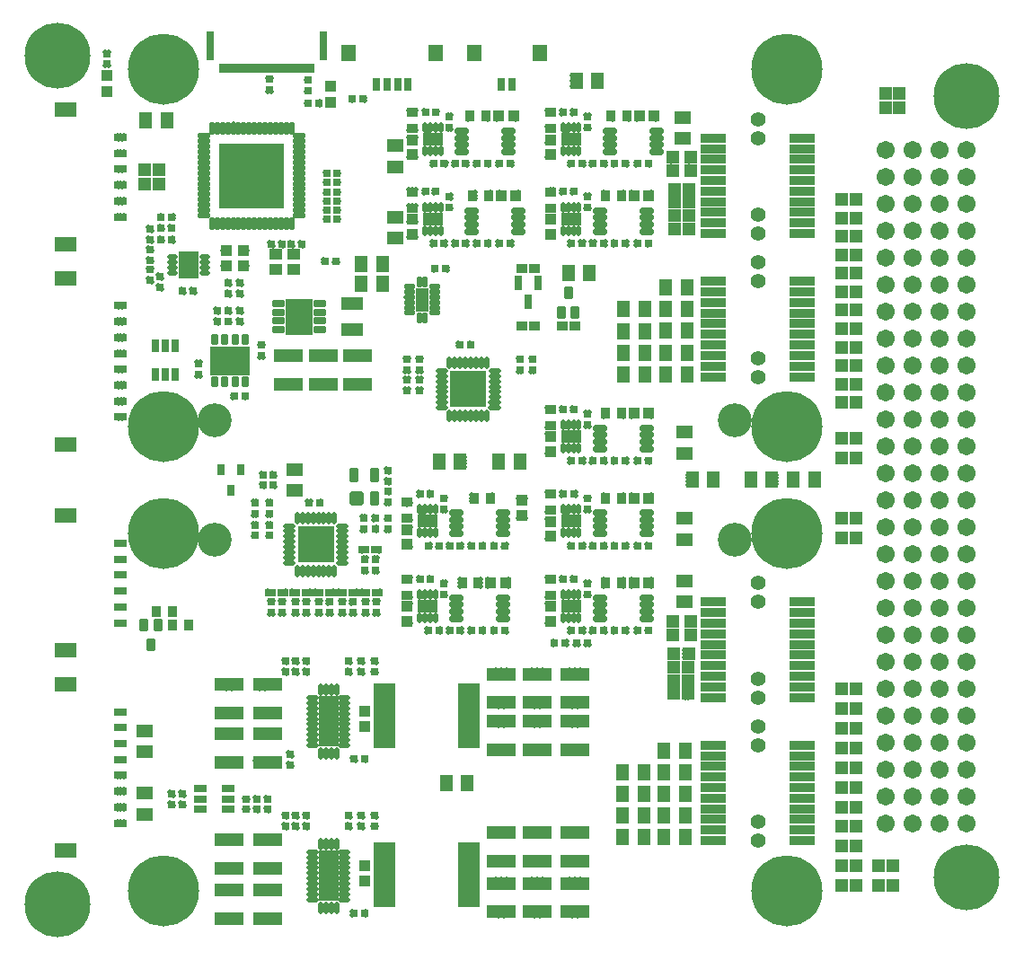
<source format=gts>
G04 Layer_Color=8388736*
%FSLAX44Y44*%
%MOMM*%
G71*
G01*
G75*
%ADD189R,2.0032X1.2032*%
G04:AMPARAMS|DCode=190|XSize=0.5032mm|YSize=1.1032mm|CornerRadius=0.1316mm|HoleSize=0mm|Usage=FLASHONLY|Rotation=90.000|XOffset=0mm|YOffset=0mm|HoleType=Round|Shape=RoundedRectangle|*
%AMROUNDEDRECTD190*
21,1,0.5032,0.8400,0,0,90.0*
21,1,0.2400,1.1032,0,0,90.0*
1,1,0.2632,0.4200,0.1200*
1,1,0.2632,0.4200,-0.1200*
1,1,0.2632,-0.4200,-0.1200*
1,1,0.2632,-0.4200,0.1200*
%
%ADD190ROUNDEDRECTD190*%
G04:AMPARAMS|DCode=191|XSize=0.5032mm|YSize=1.1032mm|CornerRadius=0.1316mm|HoleSize=0mm|Usage=FLASHONLY|Rotation=0.000|XOffset=0mm|YOffset=0mm|HoleType=Round|Shape=RoundedRectangle|*
%AMROUNDEDRECTD191*
21,1,0.5032,0.8400,0,0,0.0*
21,1,0.2400,1.1032,0,0,0.0*
1,1,0.2632,0.1200,-0.4200*
1,1,0.2632,-0.1200,-0.4200*
1,1,0.2632,-0.1200,0.4200*
1,1,0.2632,0.1200,0.4200*
%
%ADD191ROUNDEDRECTD191*%
%ADD192R,1.8532X4.8532*%
%ADD193R,1.2032X0.7532*%
%ADD194R,0.8032X1.4032*%
%ADD195R,0.8032X1.2532*%
%ADD196R,0.7532X1.0032*%
G04:AMPARAMS|DCode=197|XSize=0.9032mm|YSize=1.3032mm|CornerRadius=0.1366mm|HoleSize=0mm|Usage=FLASHONLY|Rotation=0.000|XOffset=0mm|YOffset=0mm|HoleType=Round|Shape=RoundedRectangle|*
%AMROUNDEDRECTD197*
21,1,0.9032,1.0300,0,0,0.0*
21,1,0.6300,1.3032,0,0,0.0*
1,1,0.2732,0.3150,-0.5150*
1,1,0.2732,-0.3150,-0.5150*
1,1,0.2732,-0.3150,0.5150*
1,1,0.2732,0.3150,0.5150*
%
%ADD197ROUNDEDRECTD197*%
G04:AMPARAMS|DCode=198|XSize=1.3032mm|YSize=1.3032mm|CornerRadius=0.1566mm|HoleSize=0mm|Usage=FLASHONLY|Rotation=0.000|XOffset=0mm|YOffset=0mm|HoleType=Round|Shape=RoundedRectangle|*
%AMROUNDEDRECTD198*
21,1,1.3032,0.9900,0,0,0.0*
21,1,0.9900,1.3032,0,0,0.0*
1,1,0.3132,0.4950,-0.4950*
1,1,0.3132,-0.4950,-0.4950*
1,1,0.3132,-0.4950,0.4950*
1,1,0.3132,0.4950,0.4950*
%
%ADD198ROUNDEDRECTD198*%
G04:AMPARAMS|DCode=199|XSize=0.5032mm|YSize=1.2032mm|CornerRadius=0.2216mm|HoleSize=0mm|Usage=FLASHONLY|Rotation=90.000|XOffset=0mm|YOffset=0mm|HoleType=Round|Shape=RoundedRectangle|*
%AMROUNDEDRECTD199*
21,1,0.5032,0.7600,0,0,90.0*
21,1,0.0600,1.2032,0,0,90.0*
1,1,0.4432,0.3800,0.0300*
1,1,0.4432,0.3800,-0.0300*
1,1,0.4432,-0.3800,-0.0300*
1,1,0.4432,-0.3800,0.0300*
%
%ADD199ROUNDEDRECTD199*%
G04:AMPARAMS|DCode=200|XSize=0.5032mm|YSize=1.2032mm|CornerRadius=0.2216mm|HoleSize=0mm|Usage=FLASHONLY|Rotation=0.000|XOffset=0mm|YOffset=0mm|HoleType=Round|Shape=RoundedRectangle|*
%AMROUNDEDRECTD200*
21,1,0.5032,0.7600,0,0,0.0*
21,1,0.0600,1.2032,0,0,0.0*
1,1,0.4432,0.0300,-0.3800*
1,1,0.4432,-0.0300,-0.3800*
1,1,0.4432,-0.0300,0.3800*
1,1,0.4432,0.0300,0.3800*
%
%ADD200ROUNDEDRECTD200*%
%ADD201R,6.2032X6.2032*%
G04:AMPARAMS|DCode=202|XSize=0.5032mm|YSize=1.2032mm|CornerRadius=0.1766mm|HoleSize=0mm|Usage=FLASHONLY|Rotation=90.000|XOffset=0mm|YOffset=0mm|HoleType=Round|Shape=RoundedRectangle|*
%AMROUNDEDRECTD202*
21,1,0.5032,0.8500,0,0,90.0*
21,1,0.1500,1.2032,0,0,90.0*
1,1,0.3532,0.4250,0.0750*
1,1,0.3532,0.4250,-0.0750*
1,1,0.3532,-0.4250,-0.0750*
1,1,0.3532,-0.4250,0.0750*
%
%ADD202ROUNDEDRECTD202*%
G04:AMPARAMS|DCode=203|XSize=0.5032mm|YSize=1.2032mm|CornerRadius=0.1766mm|HoleSize=0mm|Usage=FLASHONLY|Rotation=0.000|XOffset=0mm|YOffset=0mm|HoleType=Round|Shape=RoundedRectangle|*
%AMROUNDEDRECTD203*
21,1,0.5032,0.8500,0,0,0.0*
21,1,0.1500,1.2032,0,0,0.0*
1,1,0.3532,0.0750,-0.4250*
1,1,0.3532,-0.0750,-0.4250*
1,1,0.3532,-0.0750,0.4250*
1,1,0.3532,0.0750,0.4250*
%
%ADD203ROUNDEDRECTD203*%
%ADD204R,3.3532X3.3532*%
%ADD205R,1.2532X0.8032*%
%ADD206R,2.0032X1.4532*%
%ADD207R,1.4632X1.5032*%
%ADD208R,0.7032X1.2032*%
%ADD209R,0.9032X1.1032*%
%ADD210R,2.4632X0.8132*%
%ADD211R,1.2032X1.0532*%
%ADD212R,1.3032X2.3032*%
G04:AMPARAMS|DCode=213|XSize=0.5032mm|YSize=1.0032mm|CornerRadius=0.1316mm|HoleSize=0mm|Usage=FLASHONLY|Rotation=0.000|XOffset=0mm|YOffset=0mm|HoleType=Round|Shape=RoundedRectangle|*
%AMROUNDEDRECTD213*
21,1,0.5032,0.7400,0,0,0.0*
21,1,0.2400,1.0032,0,0,0.0*
1,1,0.2632,0.1200,-0.3700*
1,1,0.2632,-0.1200,-0.3700*
1,1,0.2632,-0.1200,0.3700*
1,1,0.2632,0.1200,0.3700*
%
%ADD213ROUNDEDRECTD213*%
G04:AMPARAMS|DCode=214|XSize=0.5032mm|YSize=1.0032mm|CornerRadius=0.1316mm|HoleSize=0mm|Usage=FLASHONLY|Rotation=90.000|XOffset=0mm|YOffset=0mm|HoleType=Round|Shape=RoundedRectangle|*
%AMROUNDEDRECTD214*
21,1,0.5032,0.7400,0,0,90.0*
21,1,0.2400,1.0032,0,0,90.0*
1,1,0.2632,0.3700,0.1200*
1,1,0.2632,0.3700,-0.1200*
1,1,0.2632,-0.3700,-0.1200*
1,1,0.2632,-0.3700,0.1200*
%
%ADD214ROUNDEDRECTD214*%
G04:AMPARAMS|DCode=215|XSize=0.5032mm|YSize=1.0032mm|CornerRadius=0.1766mm|HoleSize=0mm|Usage=FLASHONLY|Rotation=180.000|XOffset=0mm|YOffset=0mm|HoleType=Round|Shape=RoundedRectangle|*
%AMROUNDEDRECTD215*
21,1,0.5032,0.6500,0,0,180.0*
21,1,0.1500,1.0032,0,0,180.0*
1,1,0.3532,-0.0750,0.3250*
1,1,0.3532,0.0750,0.3250*
1,1,0.3532,0.0750,-0.3250*
1,1,0.3532,-0.0750,-0.3250*
%
%ADD215ROUNDEDRECTD215*%
%ADD216R,1.8532X1.1532*%
%ADD217R,0.7032X0.4032*%
%ADD218R,2.5032X3.4032*%
G04:AMPARAMS|DCode=219|XSize=0.6532mm|YSize=1.2032mm|CornerRadius=0.1466mm|HoleSize=0mm|Usage=FLASHONLY|Rotation=270.000|XOffset=0mm|YOffset=0mm|HoleType=Round|Shape=RoundedRectangle|*
%AMROUNDEDRECTD219*
21,1,0.6532,0.9100,0,0,270.0*
21,1,0.3600,1.2032,0,0,270.0*
1,1,0.2932,-0.4550,-0.1800*
1,1,0.2932,-0.4550,0.1800*
1,1,0.2932,0.4550,0.1800*
1,1,0.2932,0.4550,-0.1800*
%
%ADD219ROUNDEDRECTD219*%
G04:AMPARAMS|DCode=220|XSize=0.6532mm|YSize=1.0032mm|CornerRadius=0.1466mm|HoleSize=0mm|Usage=FLASHONLY|Rotation=0.000|XOffset=0mm|YOffset=0mm|HoleType=Round|Shape=RoundedRectangle|*
%AMROUNDEDRECTD220*
21,1,0.6532,0.7100,0,0,0.0*
21,1,0.3600,1.0032,0,0,0.0*
1,1,0.2932,0.1800,-0.3550*
1,1,0.2932,-0.1800,-0.3550*
1,1,0.2932,-0.1800,0.3550*
1,1,0.2932,0.1800,0.3550*
%
%ADD220ROUNDEDRECTD220*%
%ADD221R,3.8032X2.8032*%
G04:AMPARAMS|DCode=222|XSize=0.5032mm|YSize=1.0032mm|CornerRadius=0.1766mm|HoleSize=0mm|Usage=FLASHONLY|Rotation=270.000|XOffset=0mm|YOffset=0mm|HoleType=Round|Shape=RoundedRectangle|*
%AMROUNDEDRECTD222*
21,1,0.5032,0.6500,0,0,270.0*
21,1,0.1500,1.0032,0,0,270.0*
1,1,0.3532,-0.3250,-0.0750*
1,1,0.3532,-0.3250,0.0750*
1,1,0.3532,0.3250,0.0750*
1,1,0.3532,0.3250,-0.0750*
%
%ADD222ROUNDEDRECTD222*%
%ADD223R,1.8532X2.6032*%
%ADD224R,1.1032X1.0032*%
%ADD225R,2.8032X1.3032*%
%ADD226R,0.8032X2.8032*%
%ADD227R,0.5032X0.9032*%
%ADD228R,2.0032X6.1032*%
%ADD229R,1.0032X1.1032*%
%ADD230R,1.1032X0.9032*%
G04:AMPARAMS|DCode=231|XSize=0.9032mm|YSize=1.1032mm|CornerRadius=0.1366mm|HoleSize=0mm|Usage=FLASHONLY|Rotation=0.000|XOffset=0mm|YOffset=0mm|HoleType=Round|Shape=RoundedRectangle|*
%AMROUNDEDRECTD231*
21,1,0.9032,0.8300,0,0,0.0*
21,1,0.6300,1.1032,0,0,0.0*
1,1,0.2732,0.3150,-0.4150*
1,1,0.2732,-0.3150,-0.4150*
1,1,0.2732,-0.3150,0.4150*
1,1,0.2732,0.3150,0.4150*
%
%ADD231ROUNDEDRECTD231*%
%ADD232R,1.0032X0.9032*%
%ADD233R,0.8032X0.8032*%
%ADD234R,1.0032X0.8032*%
%ADD235R,1.1832X1.1832*%
%ADD236R,1.2032X1.5032*%
%ADD237R,0.8032X0.8032*%
%ADD238R,1.5032X1.2032*%
%ADD239R,1.1832X1.1832*%
G04:AMPARAMS|DCode=240|XSize=0.6132mm|YSize=1.3032mm|CornerRadius=0.2041mm|HoleSize=0mm|Usage=FLASHONLY|Rotation=90.000|XOffset=0mm|YOffset=0mm|HoleType=Round|Shape=RoundedRectangle|*
%AMROUNDEDRECTD240*
21,1,0.6132,0.8950,0,0,90.0*
21,1,0.2050,1.3032,0,0,90.0*
1,1,0.4082,0.4475,0.1025*
1,1,0.4082,0.4475,-0.1025*
1,1,0.4082,-0.4475,-0.1025*
1,1,0.4082,-0.4475,0.1025*
%
%ADD240ROUNDEDRECTD240*%
%ADD241R,1.2032X1.3032*%
%ADD242C,1.3932*%
%ADD243C,1.7032*%
%ADD244C,6.2032*%
%ADD245C,6.7032*%
%ADD246C,3.2032*%
%ADD247C,0.5032*%
D189*
X209250Y141500D02*
D03*
Y166500D02*
D03*
D190*
X172000Y-350750D02*
D03*
Y-355750D02*
D03*
Y-360750D02*
D03*
Y-365750D02*
D03*
Y-370750D02*
D03*
Y-375750D02*
D03*
Y-380750D02*
D03*
Y-385750D02*
D03*
Y-390750D02*
D03*
Y-395750D02*
D03*
X202000D02*
D03*
Y-390750D02*
D03*
Y-385750D02*
D03*
Y-380750D02*
D03*
Y-375750D02*
D03*
Y-370750D02*
D03*
Y-350750D02*
D03*
Y-355750D02*
D03*
Y-360750D02*
D03*
Y-365750D02*
D03*
X172000Y-205250D02*
D03*
Y-210250D02*
D03*
Y-215250D02*
D03*
Y-220250D02*
D03*
Y-225250D02*
D03*
Y-230250D02*
D03*
Y-235250D02*
D03*
Y-240250D02*
D03*
Y-245250D02*
D03*
Y-250250D02*
D03*
X202000D02*
D03*
Y-245250D02*
D03*
Y-240250D02*
D03*
Y-235250D02*
D03*
Y-230250D02*
D03*
Y-225250D02*
D03*
Y-205250D02*
D03*
Y-210250D02*
D03*
Y-215250D02*
D03*
Y-220250D02*
D03*
D191*
X179500Y-403250D02*
D03*
X184500D02*
D03*
X189500D02*
D03*
X194500D02*
D03*
X179500Y-343250D02*
D03*
X184500D02*
D03*
X189500D02*
D03*
X194500D02*
D03*
X179500Y-257750D02*
D03*
X184500D02*
D03*
X189500D02*
D03*
X194500D02*
D03*
X179500Y-197750D02*
D03*
X184500D02*
D03*
X189500D02*
D03*
X194500D02*
D03*
D192*
X187000Y-373250D02*
D03*
Y-227750D02*
D03*
D193*
X66250Y-291250D02*
D03*
Y-300750D02*
D03*
Y-310250D02*
D03*
X92250Y-310250D02*
D03*
Y-300750D02*
D03*
Y-291250D02*
D03*
D194*
X375000Y167750D02*
D03*
X365500Y185750D02*
D03*
X384500D02*
D03*
D195*
X42500Y126250D02*
D03*
X33000D02*
D03*
X23500D02*
D03*
Y99250D02*
D03*
X33000D02*
D03*
X42500D02*
D03*
D196*
X95000Y-10000D02*
D03*
X104500Y10000D02*
D03*
X85500D02*
D03*
D197*
X211250Y4500D02*
D03*
X230250D02*
D03*
Y-17500D02*
D03*
D198*
X213250D02*
D03*
D199*
X69604Y324354D02*
D03*
Y319354D02*
D03*
Y314354D02*
D03*
Y309354D02*
D03*
Y304354D02*
D03*
Y299354D02*
D03*
Y294354D02*
D03*
Y289354D02*
D03*
Y284354D02*
D03*
Y279354D02*
D03*
Y274354D02*
D03*
Y269354D02*
D03*
Y264354D02*
D03*
Y259354D02*
D03*
Y254354D02*
D03*
Y249354D02*
D03*
X159604D02*
D03*
Y254354D02*
D03*
Y259354D02*
D03*
Y264354D02*
D03*
Y269354D02*
D03*
Y274354D02*
D03*
Y279354D02*
D03*
Y284354D02*
D03*
Y289354D02*
D03*
Y294354D02*
D03*
Y299354D02*
D03*
Y304354D02*
D03*
Y309354D02*
D03*
Y314354D02*
D03*
Y319354D02*
D03*
Y324354D02*
D03*
D200*
X77104Y241854D02*
D03*
X82104D02*
D03*
X87104D02*
D03*
X92104D02*
D03*
X97104D02*
D03*
X102104D02*
D03*
X107104D02*
D03*
X112104D02*
D03*
X117104D02*
D03*
X122104D02*
D03*
X127104D02*
D03*
X132104D02*
D03*
X137104D02*
D03*
X142104D02*
D03*
X147104D02*
D03*
X152104D02*
D03*
Y331854D02*
D03*
X147104D02*
D03*
X142104D02*
D03*
X137104D02*
D03*
X132104D02*
D03*
X127104D02*
D03*
X122104D02*
D03*
X117104D02*
D03*
X112104D02*
D03*
X107104D02*
D03*
X102104D02*
D03*
X97104D02*
D03*
X92104D02*
D03*
X87104D02*
D03*
X82104D02*
D03*
X77104D02*
D03*
D201*
X114604Y286854D02*
D03*
D202*
X150000Y-43250D02*
D03*
Y-48250D02*
D03*
Y-53250D02*
D03*
Y-58250D02*
D03*
Y-63250D02*
D03*
Y-68250D02*
D03*
Y-73250D02*
D03*
Y-78250D02*
D03*
X200000D02*
D03*
Y-73250D02*
D03*
Y-68250D02*
D03*
Y-63250D02*
D03*
Y-58250D02*
D03*
Y-53250D02*
D03*
Y-48250D02*
D03*
Y-43250D02*
D03*
X293500Y103000D02*
D03*
Y98000D02*
D03*
Y93000D02*
D03*
Y88000D02*
D03*
Y83000D02*
D03*
Y78000D02*
D03*
Y73000D02*
D03*
Y68000D02*
D03*
X343500D02*
D03*
Y73000D02*
D03*
Y78000D02*
D03*
Y83000D02*
D03*
Y88000D02*
D03*
Y93000D02*
D03*
Y98000D02*
D03*
Y103000D02*
D03*
D203*
X157500Y-85750D02*
D03*
X162500D02*
D03*
X167500D02*
D03*
X172500D02*
D03*
X177500D02*
D03*
X182500D02*
D03*
X187500D02*
D03*
X192500D02*
D03*
Y-35750D02*
D03*
X187500D02*
D03*
X182500D02*
D03*
X177500D02*
D03*
X172500D02*
D03*
X167500D02*
D03*
X162500D02*
D03*
X157500D02*
D03*
X301000Y60500D02*
D03*
X306000D02*
D03*
X311000D02*
D03*
X316000D02*
D03*
X321000D02*
D03*
X326000D02*
D03*
X331000D02*
D03*
X336000D02*
D03*
Y110500D02*
D03*
X331000D02*
D03*
X326000D02*
D03*
X321000D02*
D03*
X316000D02*
D03*
X311000D02*
D03*
X306000D02*
D03*
X301000D02*
D03*
D204*
X175000Y-60750D02*
D03*
X318500Y85500D02*
D03*
D205*
X-9000Y-218500D02*
D03*
Y-233500D02*
D03*
Y-248500D02*
D03*
Y-263500D02*
D03*
Y-278500D02*
D03*
Y-293500D02*
D03*
Y-308500D02*
D03*
Y-323500D02*
D03*
Y59250D02*
D03*
Y74250D02*
D03*
Y89250D02*
D03*
Y104250D02*
D03*
Y119250D02*
D03*
Y134250D02*
D03*
Y149250D02*
D03*
Y164250D02*
D03*
Y-134750D02*
D03*
Y-119750D02*
D03*
Y-104750D02*
D03*
Y-89750D02*
D03*
Y-74750D02*
D03*
Y-59750D02*
D03*
Y248000D02*
D03*
Y263000D02*
D03*
Y278000D02*
D03*
Y293000D02*
D03*
Y308000D02*
D03*
Y323000D02*
D03*
D206*
X-61000Y-192500D02*
D03*
Y-349500D02*
D03*
Y33250D02*
D03*
Y190250D02*
D03*
Y-160750D02*
D03*
Y-33750D02*
D03*
Y222000D02*
D03*
Y349000D02*
D03*
D207*
X206000Y402650D02*
D03*
X288000D02*
D03*
X386000Y402649D02*
D03*
X324000D02*
D03*
D208*
X232000Y372750D02*
D03*
X262000D02*
D03*
X252000D02*
D03*
X242000D02*
D03*
X360000Y372749D02*
D03*
X350000D02*
D03*
D209*
X463000Y-97000D02*
D03*
X448000D02*
D03*
X55000Y-136750D02*
D03*
X40000D02*
D03*
X468000Y343000D02*
D03*
X453000D02*
D03*
X463000Y63000D02*
D03*
X448000D02*
D03*
X335500Y343000D02*
D03*
X320500D02*
D03*
X463000Y-17000D02*
D03*
X448000D02*
D03*
X338000Y268000D02*
D03*
X323000D02*
D03*
X463000D02*
D03*
X448000D02*
D03*
X339250Y-17250D02*
D03*
X324250D02*
D03*
X25000Y-124000D02*
D03*
X40000D02*
D03*
X328000Y-97000D02*
D03*
X313000D02*
D03*
D210*
X549750Y-115000D02*
D03*
Y-125000D02*
D03*
Y-135000D02*
D03*
Y-145000D02*
D03*
Y-155000D02*
D03*
Y-165000D02*
D03*
Y-175000D02*
D03*
Y-185000D02*
D03*
Y-195000D02*
D03*
Y-205000D02*
D03*
X633550D02*
D03*
Y-195000D02*
D03*
Y-185000D02*
D03*
Y-175000D02*
D03*
Y-165000D02*
D03*
Y-155000D02*
D03*
Y-145000D02*
D03*
Y-135000D02*
D03*
Y-125000D02*
D03*
Y-115000D02*
D03*
X549750Y-250000D02*
D03*
Y-260000D02*
D03*
Y-270000D02*
D03*
Y-280000D02*
D03*
Y-290000D02*
D03*
Y-300000D02*
D03*
Y-310000D02*
D03*
Y-320000D02*
D03*
Y-330000D02*
D03*
Y-340000D02*
D03*
X633550D02*
D03*
Y-330000D02*
D03*
Y-320000D02*
D03*
Y-310000D02*
D03*
Y-300000D02*
D03*
Y-290000D02*
D03*
Y-280000D02*
D03*
Y-270000D02*
D03*
Y-260000D02*
D03*
Y-250000D02*
D03*
X549750Y187300D02*
D03*
Y177300D02*
D03*
Y167300D02*
D03*
Y157300D02*
D03*
Y147300D02*
D03*
Y137300D02*
D03*
Y127300D02*
D03*
Y117300D02*
D03*
Y107300D02*
D03*
Y97300D02*
D03*
X633550D02*
D03*
Y107300D02*
D03*
Y117300D02*
D03*
Y127300D02*
D03*
Y137300D02*
D03*
Y147300D02*
D03*
Y157300D02*
D03*
Y167300D02*
D03*
Y177300D02*
D03*
Y187300D02*
D03*
X549750Y322300D02*
D03*
Y312300D02*
D03*
Y302300D02*
D03*
Y292300D02*
D03*
Y282300D02*
D03*
Y272300D02*
D03*
Y262300D02*
D03*
Y252300D02*
D03*
Y242300D02*
D03*
Y232300D02*
D03*
X633550D02*
D03*
Y242300D02*
D03*
Y252300D02*
D03*
Y262300D02*
D03*
Y272300D02*
D03*
Y282300D02*
D03*
Y292300D02*
D03*
Y302300D02*
D03*
Y312300D02*
D03*
Y322300D02*
D03*
D211*
X137500Y198500D02*
D03*
X154500D02*
D03*
Y212500D02*
D03*
X137500D02*
D03*
D212*
X275250Y170000D02*
D03*
D213*
X272750Y187000D02*
D03*
X277750D02*
D03*
Y153000D02*
D03*
X272750D02*
D03*
D214*
X287250Y182500D02*
D03*
Y177500D02*
D03*
Y172500D02*
D03*
Y167500D02*
D03*
Y162500D02*
D03*
Y157500D02*
D03*
X263250D02*
D03*
Y162500D02*
D03*
Y167500D02*
D03*
Y172500D02*
D03*
Y177500D02*
D03*
Y182500D02*
D03*
D215*
X408000Y235250D02*
D03*
X413000D02*
D03*
X418000D02*
D03*
X423000D02*
D03*
Y257250D02*
D03*
X418000D02*
D03*
X413000D02*
D03*
X408000D02*
D03*
Y-107750D02*
D03*
X413000D02*
D03*
X418000D02*
D03*
X423000D02*
D03*
Y-129750D02*
D03*
X418000D02*
D03*
X413000D02*
D03*
X408000D02*
D03*
Y310250D02*
D03*
X413000D02*
D03*
X418000D02*
D03*
X423000D02*
D03*
Y332250D02*
D03*
X418000D02*
D03*
X413000D02*
D03*
X408000D02*
D03*
Y30250D02*
D03*
X413000D02*
D03*
X418000D02*
D03*
X423000D02*
D03*
Y52250D02*
D03*
X418000D02*
D03*
X413000D02*
D03*
X408000D02*
D03*
X278000Y310250D02*
D03*
X283000D02*
D03*
X288000D02*
D03*
X293000D02*
D03*
Y332250D02*
D03*
X288000D02*
D03*
X283000D02*
D03*
X278000D02*
D03*
X408000Y-49750D02*
D03*
X413000D02*
D03*
X418000D02*
D03*
X423000D02*
D03*
Y-27750D02*
D03*
X418000D02*
D03*
X413000D02*
D03*
X408000D02*
D03*
X278000Y235250D02*
D03*
X283000D02*
D03*
X288000D02*
D03*
X293000D02*
D03*
Y257250D02*
D03*
X288000D02*
D03*
X283000D02*
D03*
X278000D02*
D03*
X273000Y-27750D02*
D03*
X278000D02*
D03*
X283000D02*
D03*
X288000D02*
D03*
Y-49750D02*
D03*
X283000D02*
D03*
X278000D02*
D03*
X273000D02*
D03*
Y-107750D02*
D03*
X278000D02*
D03*
X283000D02*
D03*
X288000D02*
D03*
Y-129750D02*
D03*
X283000D02*
D03*
X278000D02*
D03*
X273000D02*
D03*
D216*
X415500Y246250D02*
D03*
Y-118750D02*
D03*
Y321250D02*
D03*
Y41250D02*
D03*
X285500Y321250D02*
D03*
X415500Y-38750D02*
D03*
X285500Y246250D02*
D03*
X280500Y-38750D02*
D03*
Y-118750D02*
D03*
D217*
X410500Y254250D02*
D03*
Y-110750D02*
D03*
Y329250D02*
D03*
Y49250D02*
D03*
X280500Y329250D02*
D03*
X410500Y-30750D02*
D03*
X280500Y254250D02*
D03*
X275500Y-30750D02*
D03*
Y-110750D02*
D03*
D218*
X159250Y154000D02*
D03*
D219*
X139750Y142000D02*
D03*
Y150000D02*
D03*
Y158000D02*
D03*
Y166000D02*
D03*
X178750D02*
D03*
Y158000D02*
D03*
Y150000D02*
D03*
Y142000D02*
D03*
D220*
X108250Y132500D02*
D03*
X98750D02*
D03*
X89250D02*
D03*
X79750D02*
D03*
Y92500D02*
D03*
X89250D02*
D03*
X98750D02*
D03*
X108250D02*
D03*
D221*
X94000Y112500D02*
D03*
D222*
X70250Y195500D02*
D03*
Y200500D02*
D03*
Y205500D02*
D03*
Y210500D02*
D03*
X40250D02*
D03*
Y205500D02*
D03*
Y200500D02*
D03*
Y195500D02*
D03*
D223*
X55250Y203000D02*
D03*
D224*
X189000Y356250D02*
D03*
Y371250D02*
D03*
X221000Y-377750D02*
D03*
Y-363750D02*
D03*
Y-232250D02*
D03*
Y-218250D02*
D03*
X90500Y202000D02*
D03*
Y216000D02*
D03*
X107000Y202000D02*
D03*
Y216000D02*
D03*
X-21750Y381500D02*
D03*
Y366500D02*
D03*
X396000Y306750D02*
D03*
Y320750D02*
D03*
Y26750D02*
D03*
Y40750D02*
D03*
X266000Y306750D02*
D03*
Y320750D02*
D03*
X396000Y-53250D02*
D03*
Y-39250D02*
D03*
X266000Y231750D02*
D03*
Y245750D02*
D03*
X396000Y231750D02*
D03*
Y245750D02*
D03*
X369250Y-33500D02*
D03*
Y-19500D02*
D03*
X261000Y-60750D02*
D03*
Y-46750D02*
D03*
Y-133250D02*
D03*
Y-119250D02*
D03*
X396000Y-133250D02*
D03*
Y-119250D02*
D03*
D225*
X149250Y117500D02*
D03*
Y90500D02*
D03*
X349750Y-227750D02*
D03*
Y-254750D02*
D03*
X419000Y-380250D02*
D03*
Y-407250D02*
D03*
X349750Y-210000D02*
D03*
Y-183000D02*
D03*
Y-359250D02*
D03*
Y-332250D02*
D03*
X383750Y-380250D02*
D03*
Y-407250D02*
D03*
Y-210000D02*
D03*
Y-183000D02*
D03*
X93250Y-220000D02*
D03*
Y-193000D02*
D03*
X93250Y-339250D02*
D03*
Y-366250D02*
D03*
X129500Y-339250D02*
D03*
Y-366250D02*
D03*
Y-413750D02*
D03*
Y-386750D02*
D03*
X93250Y-413750D02*
D03*
Y-386750D02*
D03*
X129500Y-239000D02*
D03*
Y-266000D02*
D03*
X93250Y-239000D02*
D03*
Y-266000D02*
D03*
X129500Y-220000D02*
D03*
Y-193000D02*
D03*
X419000Y-359250D02*
D03*
Y-332250D02*
D03*
X383750Y-227750D02*
D03*
Y-254750D02*
D03*
X349750Y-380250D02*
D03*
Y-407250D02*
D03*
X419000Y-210000D02*
D03*
Y-183000D02*
D03*
Y-227750D02*
D03*
Y-254750D02*
D03*
X383750Y-359250D02*
D03*
Y-332250D02*
D03*
X181750Y117500D02*
D03*
Y90500D02*
D03*
X214250Y117500D02*
D03*
Y90500D02*
D03*
D226*
X182250Y409750D02*
D03*
X75250D02*
D03*
D227*
X86250Y387750D02*
D03*
X91250D02*
D03*
X96250D02*
D03*
X101250D02*
D03*
X106250D02*
D03*
X111250D02*
D03*
X116250D02*
D03*
X121250D02*
D03*
X171250D02*
D03*
X166250D02*
D03*
X161250D02*
D03*
X156250D02*
D03*
X151250D02*
D03*
X146250D02*
D03*
X141250D02*
D03*
X136250D02*
D03*
X131250D02*
D03*
X126250D02*
D03*
D228*
X239500Y-371750D02*
D03*
X319500D02*
D03*
Y-222250D02*
D03*
X239500D02*
D03*
D229*
X363750Y268000D02*
D03*
X349750D02*
D03*
X493750Y343000D02*
D03*
X479750D02*
D03*
X488750Y63000D02*
D03*
X474750D02*
D03*
X361250Y343000D02*
D03*
X347250D02*
D03*
X488750Y-17000D02*
D03*
X474750D02*
D03*
X488750Y268000D02*
D03*
X474750D02*
D03*
X353750Y-97000D02*
D03*
X339750D02*
D03*
X488750D02*
D03*
X474750D02*
D03*
D230*
X396000Y-108500D02*
D03*
Y-93500D02*
D03*
Y331500D02*
D03*
Y346500D02*
D03*
Y51500D02*
D03*
Y66500D02*
D03*
X266000Y331500D02*
D03*
Y346500D02*
D03*
X396000Y-28500D02*
D03*
Y-13500D02*
D03*
X266000Y256500D02*
D03*
Y271500D02*
D03*
X396000Y256500D02*
D03*
Y271500D02*
D03*
X261000Y-36000D02*
D03*
Y-21000D02*
D03*
Y-108500D02*
D03*
Y-93500D02*
D03*
D231*
X413004Y176886D02*
D03*
X419504Y157886D02*
D03*
X406504D02*
D03*
X26000Y-136750D02*
D03*
X13000D02*
D03*
X19500Y-155750D02*
D03*
D232*
X407004Y145288D02*
D03*
X419004D02*
D03*
X368950D02*
D03*
X380950D02*
D03*
Y199000D02*
D03*
X368950D02*
D03*
D233*
X242750Y-36000D02*
D03*
Y-46000D02*
D03*
X242750Y-11000D02*
D03*
Y-21000D02*
D03*
X217750Y-181000D02*
D03*
Y-171000D02*
D03*
X146250Y-316500D02*
D03*
Y-326500D02*
D03*
X165750D02*
D03*
Y-316500D02*
D03*
X206250Y-171000D02*
D03*
Y-181000D02*
D03*
X230500D02*
D03*
Y-171000D02*
D03*
X146250D02*
D03*
Y-181000D02*
D03*
X165750D02*
D03*
Y-171000D02*
D03*
X151000Y-268500D02*
D03*
Y-258500D02*
D03*
X206234Y-326500D02*
D03*
Y-316500D02*
D03*
X230250Y-316500D02*
D03*
Y-326500D02*
D03*
X156000Y-316500D02*
D03*
Y-326500D02*
D03*
X217734Y-316500D02*
D03*
Y-326500D02*
D03*
X156000Y-181000D02*
D03*
Y-171000D02*
D03*
X92750Y175750D02*
D03*
Y185750D02*
D03*
X103500D02*
D03*
Y175750D02*
D03*
X18750Y236500D02*
D03*
Y226500D02*
D03*
X92750Y149500D02*
D03*
Y159500D02*
D03*
X18750Y198250D02*
D03*
Y188250D02*
D03*
Y207000D02*
D03*
Y217000D02*
D03*
X143000Y-115000D02*
D03*
Y-125000D02*
D03*
X156000D02*
D03*
Y-115000D02*
D03*
X431000Y342250D02*
D03*
Y332250D02*
D03*
Y52250D02*
D03*
Y62250D02*
D03*
X301000Y342250D02*
D03*
Y332250D02*
D03*
X431000Y-27750D02*
D03*
Y-17750D02*
D03*
X301000Y267250D02*
D03*
Y257250D02*
D03*
X431000D02*
D03*
Y267250D02*
D03*
X123750Y127250D02*
D03*
Y117250D02*
D03*
X296000Y-17750D02*
D03*
Y-27750D02*
D03*
X82000Y149500D02*
D03*
Y159500D02*
D03*
X131254Y378021D02*
D03*
Y368021D02*
D03*
X-21750Y392000D02*
D03*
Y402000D02*
D03*
X103500Y159500D02*
D03*
Y149500D02*
D03*
X167460Y367000D02*
D03*
Y377000D02*
D03*
X64250Y109500D02*
D03*
Y99500D02*
D03*
X28250Y191750D02*
D03*
Y181750D02*
D03*
X125000Y-5000D02*
D03*
Y5000D02*
D03*
X135000Y-5000D02*
D03*
Y5000D02*
D03*
X260750Y84250D02*
D03*
Y94250D02*
D03*
X49250Y-295750D02*
D03*
Y-305750D02*
D03*
X119250Y-300750D02*
D03*
Y-310750D02*
D03*
X39250Y-295750D02*
D03*
Y-305750D02*
D03*
X109250Y-300750D02*
D03*
Y-310750D02*
D03*
X296000Y-107750D02*
D03*
Y-97750D02*
D03*
X431000D02*
D03*
Y-107750D02*
D03*
X129250Y-310750D02*
D03*
Y-300750D02*
D03*
X367250Y103500D02*
D03*
Y113500D02*
D03*
X117375Y-21750D02*
D03*
Y-31750D02*
D03*
X272750Y94250D02*
D03*
Y84250D02*
D03*
X117375Y-42500D02*
D03*
Y-52500D02*
D03*
X272750Y113500D02*
D03*
Y103500D02*
D03*
X131000Y-31750D02*
D03*
Y-21750D02*
D03*
X260750Y103500D02*
D03*
Y113500D02*
D03*
X379000Y103500D02*
D03*
Y113500D02*
D03*
X230875Y-46000D02*
D03*
Y-36000D02*
D03*
X220000D02*
D03*
Y-46000D02*
D03*
X131000Y-52500D02*
D03*
Y-42500D02*
D03*
X188000Y-115000D02*
D03*
Y-125000D02*
D03*
X200000D02*
D03*
Y-115000D02*
D03*
X222000Y-115000D02*
D03*
Y-125000D02*
D03*
X221500Y-85000D02*
D03*
Y-75000D02*
D03*
X133000Y-125000D02*
D03*
Y-115000D02*
D03*
X166000D02*
D03*
Y-125000D02*
D03*
X178000D02*
D03*
Y-115000D02*
D03*
X210000D02*
D03*
Y-125000D02*
D03*
X232000Y-125000D02*
D03*
Y-115000D02*
D03*
X231500Y-75000D02*
D03*
Y-85000D02*
D03*
X242750Y8750D02*
D03*
Y-1250D02*
D03*
D234*
X220500Y-66000D02*
D03*
X232500D02*
D03*
X144000Y-106000D02*
D03*
X132000D02*
D03*
X167000D02*
D03*
X155000D02*
D03*
X177000D02*
D03*
X189000D02*
D03*
X199000D02*
D03*
X211000D02*
D03*
X221000D02*
D03*
X233000D02*
D03*
D235*
X13500Y292300D02*
D03*
Y278700D02*
D03*
X27250Y292300D02*
D03*
Y278700D02*
D03*
X725000Y350700D02*
D03*
Y364300D02*
D03*
X711750Y350700D02*
D03*
Y364300D02*
D03*
D236*
X14500Y339000D02*
D03*
X34500D02*
D03*
X524750Y181750D02*
D03*
X504750D02*
D03*
X524750Y161187D02*
D03*
X504750D02*
D03*
X524750Y140625D02*
D03*
X504750D02*
D03*
X524750Y120063D02*
D03*
X504750D02*
D03*
X524750Y99500D02*
D03*
X504750D02*
D03*
X523000Y-255250D02*
D03*
X503000D02*
D03*
X523000Y-275625D02*
D03*
X503000D02*
D03*
X523000Y-296000D02*
D03*
X503000D02*
D03*
X523000Y-316375D02*
D03*
X503000D02*
D03*
X523000Y-336750D02*
D03*
X503000D02*
D03*
X485000Y161250D02*
D03*
X465000D02*
D03*
X485000Y140500D02*
D03*
X465000D02*
D03*
X485250Y120063D02*
D03*
X465250D02*
D03*
X485250Y99500D02*
D03*
X465250D02*
D03*
X484500Y-275625D02*
D03*
X464500D02*
D03*
X484500Y-296000D02*
D03*
X464500D02*
D03*
X484500Y-316375D02*
D03*
X464500D02*
D03*
X484500Y-336750D02*
D03*
X464500D02*
D03*
X440500Y376000D02*
D03*
X420500D02*
D03*
X347250Y17000D02*
D03*
X367250D02*
D03*
X433000Y194750D02*
D03*
X413000D02*
D03*
X625000Y0D02*
D03*
X645000D02*
D03*
X585000Y250D02*
D03*
X605000D02*
D03*
X311250Y17000D02*
D03*
X291250D02*
D03*
X529750Y250D02*
D03*
X549750D02*
D03*
X317750Y-286000D02*
D03*
X297750D02*
D03*
X237750Y203500D02*
D03*
X217750D02*
D03*
X237750Y185000D02*
D03*
X217750D02*
D03*
D237*
X220750Y-408750D02*
D03*
X210750D02*
D03*
Y-263250D02*
D03*
X220750D02*
D03*
X194000Y206500D02*
D03*
X184000D02*
D03*
X108250Y78750D02*
D03*
X98250D02*
D03*
X49500Y178000D02*
D03*
X59500D02*
D03*
X151500Y222250D02*
D03*
X161500D02*
D03*
X143000D02*
D03*
X133000D02*
D03*
X195250Y289000D02*
D03*
X185250D02*
D03*
Y280350D02*
D03*
X195250D02*
D03*
Y263050D02*
D03*
X185250D02*
D03*
Y271700D02*
D03*
X195250D02*
D03*
X29000Y237500D02*
D03*
X39000D02*
D03*
Y248000D02*
D03*
X29000D02*
D03*
X446250Y298000D02*
D03*
X436250D02*
D03*
Y18000D02*
D03*
X446250D02*
D03*
X316250Y298000D02*
D03*
X306250D02*
D03*
X436250Y-62000D02*
D03*
X446250D02*
D03*
X316250Y223000D02*
D03*
X306250D02*
D03*
X436250D02*
D03*
X446250D02*
D03*
X488250Y298000D02*
D03*
X478250D02*
D03*
Y18000D02*
D03*
X488250D02*
D03*
X358250Y298000D02*
D03*
X348250D02*
D03*
X478250Y-62000D02*
D03*
X488250D02*
D03*
X358250Y223000D02*
D03*
X348250D02*
D03*
X478250D02*
D03*
X488250D02*
D03*
X408250Y346750D02*
D03*
X418250D02*
D03*
Y66750D02*
D03*
X408250D02*
D03*
X278250Y346750D02*
D03*
X288250D02*
D03*
X418250Y-13250D02*
D03*
X408250D02*
D03*
X278250Y271750D02*
D03*
X288250D02*
D03*
X418250D02*
D03*
X408250D02*
D03*
X426000Y298000D02*
D03*
X416000D02*
D03*
Y18000D02*
D03*
X426000D02*
D03*
X296000Y298000D02*
D03*
X286000D02*
D03*
X416000Y-62000D02*
D03*
X426000D02*
D03*
X296000Y223000D02*
D03*
X286000D02*
D03*
X416000D02*
D03*
X426000D02*
D03*
X177500Y355250D02*
D03*
X167500D02*
D03*
X466750Y298000D02*
D03*
X456750D02*
D03*
Y18000D02*
D03*
X466750D02*
D03*
X336750Y298000D02*
D03*
X326750D02*
D03*
X456750Y-62000D02*
D03*
X466750D02*
D03*
X336750Y223000D02*
D03*
X326750D02*
D03*
X456750D02*
D03*
X466750D02*
D03*
X311250Y-62000D02*
D03*
X301250D02*
D03*
X353250D02*
D03*
X343250D02*
D03*
X283250Y-13250D02*
D03*
X273250D02*
D03*
X291000Y-62000D02*
D03*
X281000D02*
D03*
X331750D02*
D03*
X321750D02*
D03*
X209500Y359000D02*
D03*
X219500D02*
D03*
X39000Y226500D02*
D03*
X29000D02*
D03*
X185250Y245750D02*
D03*
X195250D02*
D03*
Y254400D02*
D03*
X185250D02*
D03*
X311250Y-142000D02*
D03*
X301250D02*
D03*
X436250D02*
D03*
X446250D02*
D03*
X343250D02*
D03*
X353250D02*
D03*
X488250D02*
D03*
X478250D02*
D03*
X283250Y-93250D02*
D03*
X273250D02*
D03*
X408250D02*
D03*
X418250D02*
D03*
X281000Y-142000D02*
D03*
X291000D02*
D03*
X426000D02*
D03*
X416000D02*
D03*
X331750D02*
D03*
X321750D02*
D03*
X456750D02*
D03*
X466750D02*
D03*
X311000Y127750D02*
D03*
X321000D02*
D03*
X168500Y-21250D02*
D03*
X178500D02*
D03*
X287500Y199000D02*
D03*
X297500D02*
D03*
X421000Y-153500D02*
D03*
X431000D02*
D03*
X400000D02*
D03*
X410000D02*
D03*
D238*
X522500Y25250D02*
D03*
Y45250D02*
D03*
X155000Y-10000D02*
D03*
Y10000D02*
D03*
X250000Y295000D02*
D03*
Y315000D02*
D03*
X522500Y-56250D02*
D03*
Y-36250D02*
D03*
X250000Y228000D02*
D03*
Y248000D02*
D03*
X521000Y342000D02*
D03*
Y322000D02*
D03*
X522500Y-95000D02*
D03*
Y-115000D02*
D03*
X13462Y-256380D02*
D03*
Y-236380D02*
D03*
Y-315430D02*
D03*
Y-295430D02*
D03*
D239*
X670450Y-35900D02*
D03*
X684050D02*
D03*
Y247091D02*
D03*
X670450D02*
D03*
X684050Y-215750D02*
D03*
X670450D02*
D03*
X684050Y-271250D02*
D03*
X670450D02*
D03*
X684050Y-326750D02*
D03*
X670450D02*
D03*
X684050Y-382250D02*
D03*
X670450D02*
D03*
X670450Y264500D02*
D03*
X684050D02*
D03*
X705200Y-363750D02*
D03*
X718800D02*
D03*
X705200Y-382250D02*
D03*
X718800D02*
D03*
X670450Y73000D02*
D03*
X684050D02*
D03*
X684050Y-234250D02*
D03*
X670450D02*
D03*
X684050Y-289750D02*
D03*
X670450D02*
D03*
X684050Y-345250D02*
D03*
X670450D02*
D03*
Y-252750D02*
D03*
X684050D02*
D03*
X670450Y-308250D02*
D03*
X684050D02*
D03*
X670450Y-363750D02*
D03*
X684050D02*
D03*
Y-197250D02*
D03*
X670450D02*
D03*
X684050Y212273D02*
D03*
X670450D02*
D03*
X684050Y160046D02*
D03*
X670450D02*
D03*
X684050Y107818D02*
D03*
X670450D02*
D03*
Y194864D02*
D03*
X684050D02*
D03*
X670450Y142636D02*
D03*
X684050D02*
D03*
X670450Y90409D02*
D03*
X684050D02*
D03*
X670450Y229682D02*
D03*
X684050D02*
D03*
X670450Y177454D02*
D03*
X684050D02*
D03*
X670450Y125227D02*
D03*
X684050D02*
D03*
X670450Y39500D02*
D03*
X684050D02*
D03*
X670450Y20650D02*
D03*
X684050D02*
D03*
Y-54750D02*
D03*
X670450D02*
D03*
X513200Y236500D02*
D03*
X526800D02*
D03*
X512700Y-201500D02*
D03*
X526300D02*
D03*
X513200Y249000D02*
D03*
X526800D02*
D03*
X512700Y-189000D02*
D03*
X526300D02*
D03*
X513200Y261750D02*
D03*
X526800D02*
D03*
X512700Y-176250D02*
D03*
X526300D02*
D03*
X513236Y274128D02*
D03*
X526837D02*
D03*
X512736Y-163872D02*
D03*
X526337D02*
D03*
D240*
X495878Y309448D02*
D03*
Y315948D02*
D03*
Y322448D02*
D03*
Y328948D02*
D03*
X451878Y309448D02*
D03*
Y315948D02*
D03*
Y322448D02*
D03*
Y328948D02*
D03*
X486628Y29448D02*
D03*
Y35948D02*
D03*
Y42448D02*
D03*
Y48948D02*
D03*
X442628Y29448D02*
D03*
Y35948D02*
D03*
Y42448D02*
D03*
Y48948D02*
D03*
X356628Y309448D02*
D03*
Y315948D02*
D03*
Y322448D02*
D03*
Y328948D02*
D03*
X312628Y309448D02*
D03*
Y315948D02*
D03*
Y322448D02*
D03*
Y328948D02*
D03*
X486628Y-50552D02*
D03*
Y-44052D02*
D03*
Y-37552D02*
D03*
Y-31052D02*
D03*
X442628Y-50552D02*
D03*
Y-44052D02*
D03*
Y-37552D02*
D03*
Y-31052D02*
D03*
X365878Y234448D02*
D03*
Y240948D02*
D03*
Y247448D02*
D03*
Y253948D02*
D03*
X321878Y234448D02*
D03*
Y240948D02*
D03*
Y247448D02*
D03*
Y253948D02*
D03*
X486628Y234448D02*
D03*
Y240948D02*
D03*
Y247448D02*
D03*
Y253948D02*
D03*
X442628Y234448D02*
D03*
Y240948D02*
D03*
Y247448D02*
D03*
Y253948D02*
D03*
X307628Y-31052D02*
D03*
Y-37552D02*
D03*
Y-44052D02*
D03*
Y-50552D02*
D03*
X351628Y-31052D02*
D03*
Y-37552D02*
D03*
Y-44052D02*
D03*
Y-50552D02*
D03*
X307628Y-111052D02*
D03*
Y-117552D02*
D03*
Y-124052D02*
D03*
Y-130552D02*
D03*
X351628Y-111052D02*
D03*
Y-117552D02*
D03*
Y-124052D02*
D03*
Y-130552D02*
D03*
X442628Y-111052D02*
D03*
Y-117552D02*
D03*
Y-124052D02*
D03*
Y-130552D02*
D03*
X486628Y-111052D02*
D03*
Y-117552D02*
D03*
Y-124052D02*
D03*
Y-130552D02*
D03*
D241*
X511535Y291250D02*
D03*
X528535D02*
D03*
X511085Y-146000D02*
D03*
X528085D02*
D03*
X511535Y304266D02*
D03*
X528535D02*
D03*
X511085Y-132984D02*
D03*
X528085D02*
D03*
D242*
X591650Y-115000D02*
D03*
Y-205000D02*
D03*
Y-97300D02*
D03*
Y-187300D02*
D03*
Y250000D02*
D03*
Y340000D02*
D03*
Y-250000D02*
D03*
Y-340000D02*
D03*
Y115000D02*
D03*
Y205000D02*
D03*
Y-322300D02*
D03*
Y-232300D02*
D03*
Y187300D02*
D03*
Y97300D02*
D03*
Y322300D02*
D03*
Y232300D02*
D03*
D243*
X712454Y311196D02*
D03*
X737854D02*
D03*
X712454Y285796D02*
D03*
X737854D02*
D03*
X712454Y260396D02*
D03*
X737854D02*
D03*
X712454Y234996D02*
D03*
X737854D02*
D03*
X712454Y209596D02*
D03*
X737854D02*
D03*
X712454Y184196D02*
D03*
X737854D02*
D03*
X712454Y158796D02*
D03*
X737854D02*
D03*
X712454Y133396D02*
D03*
X737854D02*
D03*
X712454Y107996D02*
D03*
X737854D02*
D03*
X712454Y82596D02*
D03*
X737854D02*
D03*
X712454Y57196D02*
D03*
X737854D02*
D03*
X712454Y31796D02*
D03*
X737854D02*
D03*
X712454Y6396D02*
D03*
X737854D02*
D03*
X712454Y-19004D02*
D03*
X737854D02*
D03*
X712454Y-44404D02*
D03*
X737854D02*
D03*
X712454Y-69804D02*
D03*
X737854D02*
D03*
X712454Y-95204D02*
D03*
X737854D02*
D03*
X712454Y-120604D02*
D03*
X737854D02*
D03*
X712454Y-146004D02*
D03*
X737854D02*
D03*
X712454Y-171404D02*
D03*
X737854D02*
D03*
X712454Y-196804D02*
D03*
X737854D02*
D03*
X712454Y-222204D02*
D03*
X737854D02*
D03*
X712454Y-247604D02*
D03*
X737854D02*
D03*
X712454Y-273004D02*
D03*
X737854D02*
D03*
X712454Y-298404D02*
D03*
X737854D02*
D03*
X712454Y-323804D02*
D03*
X737854D02*
D03*
X788654D02*
D03*
X763254D02*
D03*
X788654Y-298404D02*
D03*
X763254D02*
D03*
X788654Y-273004D02*
D03*
X763254D02*
D03*
X788654Y-247604D02*
D03*
X763254D02*
D03*
X788654Y-222204D02*
D03*
X763254D02*
D03*
X788654Y-196804D02*
D03*
X763254D02*
D03*
X788654Y-171404D02*
D03*
X763254D02*
D03*
X788654Y-146004D02*
D03*
X763254D02*
D03*
X788654Y-120604D02*
D03*
X763254D02*
D03*
X788654Y-95204D02*
D03*
X763254D02*
D03*
X788654Y-69804D02*
D03*
X763254D02*
D03*
X788654Y-44404D02*
D03*
X763254D02*
D03*
X788654Y-19004D02*
D03*
X763254D02*
D03*
X788654Y6396D02*
D03*
X763254D02*
D03*
X788654Y31796D02*
D03*
X763254D02*
D03*
X788654Y57196D02*
D03*
X763254D02*
D03*
X788654Y82596D02*
D03*
X763254D02*
D03*
X788654Y107996D02*
D03*
X763254D02*
D03*
X788654Y133396D02*
D03*
X763254D02*
D03*
X788654Y158796D02*
D03*
X763254D02*
D03*
X788654Y184196D02*
D03*
X763254D02*
D03*
X788654Y209596D02*
D03*
X763254D02*
D03*
X788654Y234996D02*
D03*
X763254D02*
D03*
X788654Y260396D02*
D03*
X763254D02*
D03*
X788654Y285796D02*
D03*
X763254D02*
D03*
X788654Y311196D02*
D03*
X763254D02*
D03*
D244*
X-68650Y-400000D02*
D03*
Y400100D02*
D03*
X788650Y-374600D02*
D03*
Y362000D02*
D03*
D245*
X31350Y-387300D02*
D03*
Y-50000D02*
D03*
Y50000D02*
D03*
Y387300D02*
D03*
X618650Y-387300D02*
D03*
Y-50000D02*
D03*
Y50000D02*
D03*
Y387300D02*
D03*
D246*
X80000Y-56650D02*
D03*
Y56650D02*
D03*
X570000Y-56650D02*
D03*
Y56650D02*
D03*
D247*
X396000Y232250D02*
D03*
X399000D02*
D03*
X395500Y245250D02*
D03*
X398500D02*
D03*
X396000Y270250D02*
D03*
X399000D02*
D03*
X395500Y257500D02*
D03*
X667750Y-212750D02*
D03*
X684000Y-217250D02*
D03*
Y-214250D02*
D03*
X686750Y-218750D02*
D03*
Y-212750D02*
D03*
Y-215750D02*
D03*
X25000Y-121500D02*
D03*
X258013Y-21751D02*
D03*
X126250Y386750D02*
D03*
X71750Y200500D02*
D03*
X297514Y224511D02*
D03*
X278000Y234750D02*
D03*
X337766Y221511D02*
D03*
X504013Y165438D02*
D03*
Y158938D02*
D03*
X485250Y164750D02*
D03*
X507250Y158938D02*
D03*
X504013Y162188D02*
D03*
X507250D02*
D03*
X461763Y143750D02*
D03*
Y140500D02*
D03*
X465000Y143750D02*
D03*
X465000Y159500D02*
D03*
X468250D02*
D03*
X67675Y279354D02*
D03*
X102104Y330604D02*
D03*
X107104Y333604D02*
D03*
X107104Y330604D02*
D03*
X112104Y333604D02*
D03*
X117104D02*
D03*
X117104Y330604D02*
D03*
X112104D02*
D03*
X558750Y165800D02*
D03*
X271272Y85598D02*
D03*
X274320D02*
D03*
X441250Y247500D02*
D03*
X444128Y-117552D02*
D03*
X281702Y-91750D02*
D03*
X321000Y61000D02*
D03*
X170000Y-19750D02*
D03*
X384500Y187250D02*
D03*
Y184250D02*
D03*
X379700Y197500D02*
D03*
Y200500D02*
D03*
X158604Y304354D02*
D03*
X180000Y-19750D02*
D03*
X218261Y-47502D02*
D03*
X200750Y-43250D02*
D03*
X197500Y-48250D02*
D03*
X201500Y-48250D02*
D03*
X182500Y-38250D02*
D03*
X261000Y-35000D02*
D03*
X259500Y-19000D02*
D03*
X258000Y-38000D02*
D03*
X261000D02*
D03*
X178759Y149757D02*
D03*
X182250Y142000D02*
D03*
X179250Y142000D02*
D03*
X151250Y389750D02*
D03*
X223511Y-126506D02*
D03*
X67854Y269354D02*
D03*
X244250Y-47500D02*
D03*
X241250D02*
D03*
X558750Y148800D02*
D03*
X558750Y145800D02*
D03*
X555750D02*
D03*
X555750Y148800D02*
D03*
X552750Y145800D02*
D03*
X552749Y148800D02*
D03*
X549750Y145800D02*
D03*
X549749Y148800D02*
D03*
X546749D02*
D03*
X543750D02*
D03*
X540750D02*
D03*
X546750Y145800D02*
D03*
X543750D02*
D03*
X540750D02*
D03*
X67839Y294354D02*
D03*
X639549Y-183500D02*
D03*
X642550D02*
D03*
X624550Y175800D02*
D03*
X624550Y178800D02*
D03*
X627550Y175800D02*
D03*
X624550Y148800D02*
D03*
X413000Y-132250D02*
D03*
X487750Y221750D02*
D03*
X504750Y185000D02*
D03*
X484756Y247395D02*
D03*
X495006Y309646D02*
D03*
X366250Y271000D02*
D03*
X197500Y-58250D02*
D03*
X329500Y92750D02*
D03*
X321250Y73500D02*
D03*
X320500Y81750D02*
D03*
X311250Y85500D02*
D03*
X304500D02*
D03*
X309500Y92250D02*
D03*
X304500D02*
D03*
X486750Y-142000D02*
D03*
X504750Y178500D02*
D03*
X501514Y116812D02*
D03*
X504750D02*
D03*
X507250Y165438D02*
D03*
X630550Y98800D02*
D03*
X627550D02*
D03*
X624549D02*
D03*
X540750Y135800D02*
D03*
X540750Y138800D02*
D03*
X540750Y155800D02*
D03*
X543750D02*
D03*
X546750D02*
D03*
X540750Y158800D02*
D03*
X543750D02*
D03*
X504750Y140625D02*
D03*
X501514Y137375D02*
D03*
X504750D02*
D03*
X504750Y181750D02*
D03*
X670500Y-270004D02*
D03*
X683750Y-252496D02*
D03*
X432500Y-155000D02*
D03*
X429500D02*
D03*
X422500D02*
D03*
X419500D02*
D03*
X434771Y-143499D02*
D03*
X427500Y-143500D02*
D03*
X411500Y-155000D02*
D03*
Y-152000D02*
D03*
X398500Y-155000D02*
D03*
Y-152000D02*
D03*
X201500Y-126500D02*
D03*
X211500Y-126500D02*
D03*
X157500Y-126500D02*
D03*
X230500Y-126500D02*
D03*
X168500Y-74500D02*
D03*
X174250Y-65500D02*
D03*
X161750Y-66000D02*
D03*
X162250Y-52500D02*
D03*
X229500Y-37500D02*
D03*
X208500Y-116500D02*
D03*
X186500D02*
D03*
X40750Y-297250D02*
D03*
X47750Y-304250D02*
D03*
X40750Y-307250D02*
D03*
X50750D02*
D03*
X79000Y135000D02*
D03*
X80504Y132256D02*
D03*
X281500Y-41250D02*
D03*
X350006Y-50605D02*
D03*
X353006Y-44105D02*
D03*
X350006D02*
D03*
Y-31105D02*
D03*
X353006D02*
D03*
X350006Y-37604D02*
D03*
X353006D02*
D03*
X306250Y-44000D02*
D03*
X309250D02*
D03*
Y-37500D02*
D03*
X306250D02*
D03*
X311536Y-30492D02*
D03*
X308536Y-31508D02*
D03*
X281706Y-11750D02*
D03*
Y-14750D02*
D03*
X271750Y-11750D02*
D03*
Y-14750D02*
D03*
X297500Y-29000D02*
D03*
X294500D02*
D03*
X297500Y-16250D02*
D03*
X294500D02*
D03*
X342000Y-63500D02*
D03*
Y-60500D02*
D03*
X320500Y-63500D02*
D03*
Y-60500D02*
D03*
X333250Y-63500D02*
D03*
Y-60500D02*
D03*
X312750D02*
D03*
Y-63500D02*
D03*
X300000Y-60500D02*
D03*
Y-63500D02*
D03*
X292500D02*
D03*
X273000Y-47250D02*
D03*
X288000Y-50250D02*
D03*
X283000D02*
D03*
X283000Y-25250D02*
D03*
Y-28250D02*
D03*
X288000Y-25250D02*
D03*
Y-28250D02*
D03*
X278000D02*
D03*
Y-25250D02*
D03*
X273000Y-28250D02*
D03*
Y-25250D02*
D03*
X261000Y-23000D02*
D03*
X264000Y-21750D02*
D03*
X264000Y-63250D02*
D03*
X261000D02*
D03*
Y-60250D02*
D03*
X261000Y-47250D02*
D03*
X264000Y-44250D02*
D03*
X261000D02*
D03*
X258000D02*
D03*
X366250Y-17000D02*
D03*
X369250D02*
D03*
X372250D02*
D03*
X369250Y-20000D02*
D03*
X369250Y-33000D02*
D03*
X366250Y-36000D02*
D03*
X369250D02*
D03*
X372250D02*
D03*
X341250Y-14250D02*
D03*
Y-17250D02*
D03*
Y-20250D02*
D03*
X338250Y-17250D02*
D03*
X325250Y-17250D02*
D03*
X322250Y-14250D02*
D03*
Y-17250D02*
D03*
Y-20250D02*
D03*
X264000Y-38000D02*
D03*
X356250Y-94000D02*
D03*
Y-97000D02*
D03*
Y-100000D02*
D03*
X353250Y-97000D02*
D03*
X264000Y-135250D02*
D03*
X261000Y-132250D02*
D03*
Y-135250D02*
D03*
X258000D02*
D03*
X300250Y-140500D02*
D03*
X299771Y-143499D02*
D03*
X352274Y-140749D02*
D03*
X354750Y-143500D02*
D03*
X264000Y-91500D02*
D03*
X261000D02*
D03*
X258000D02*
D03*
X261000Y-94500D02*
D03*
X271750Y-91750D02*
D03*
Y-94750D02*
D03*
X292500Y-140500D02*
D03*
Y-143500D02*
D03*
X330000Y-94000D02*
D03*
Y-97000D02*
D03*
X327000D02*
D03*
X330000Y-100000D02*
D03*
X320250Y-140500D02*
D03*
Y-143500D02*
D03*
X312772Y-143499D02*
D03*
X312500Y-140500D02*
D03*
X278000Y-129250D02*
D03*
Y-132250D02*
D03*
X288000Y-129250D02*
D03*
Y-132250D02*
D03*
X297500Y-109250D02*
D03*
X294500D02*
D03*
X288000Y-105250D02*
D03*
Y-108250D02*
D03*
X281702Y-94750D02*
D03*
X283000Y-105250D02*
D03*
Y-108250D02*
D03*
X273000Y-105250D02*
D03*
X278000D02*
D03*
X261000Y-107500D02*
D03*
X264000Y-110500D02*
D03*
X261000D02*
D03*
X258000D02*
D03*
X282000Y-118750D02*
D03*
X279000D02*
D03*
X273000Y-129250D02*
D03*
Y-132250D02*
D03*
X264000Y-116750D02*
D03*
X258000D02*
D03*
X261000D02*
D03*
Y-119750D02*
D03*
X278000Y-108250D02*
D03*
X273000D02*
D03*
X353128Y-130552D02*
D03*
X350128D02*
D03*
X333250Y-140500D02*
D03*
Y-143500D02*
D03*
X353128Y-117552D02*
D03*
Y-124052D02*
D03*
X350128Y-117552D02*
D03*
Y-124052D02*
D03*
X283000Y-132250D02*
D03*
X341750Y-140500D02*
D03*
Y-143500D02*
D03*
X283000Y-129250D02*
D03*
X279500Y-140500D02*
D03*
Y-143500D02*
D03*
X340250Y-97000D02*
D03*
X337250Y-94000D02*
D03*
Y-97000D02*
D03*
X353128Y-111052D02*
D03*
X337250Y-100000D02*
D03*
X350128Y-111052D02*
D03*
X309128Y-117552D02*
D03*
X306128D02*
D03*
X309128Y-124052D02*
D03*
X306128D02*
D03*
X311000Y-94000D02*
D03*
X314000Y-97000D02*
D03*
X311000D02*
D03*
X294500Y-96250D02*
D03*
X297500D02*
D03*
X311000Y-100000D02*
D03*
X311414Y-110544D02*
D03*
X308414Y-111560D02*
D03*
X491250Y-94000D02*
D03*
Y-97000D02*
D03*
Y-100000D02*
D03*
X488250Y-97000D02*
D03*
X399000Y-135250D02*
D03*
X396000Y-132250D02*
D03*
Y-135250D02*
D03*
X393000D02*
D03*
X435250Y-140500D02*
D03*
X489751Y-142024D02*
D03*
X406750Y-91750D02*
D03*
Y-94750D02*
D03*
X427500Y-140500D02*
D03*
X465000Y-94000D02*
D03*
Y-97000D02*
D03*
X462000D02*
D03*
X465000Y-100000D02*
D03*
X455250Y-140500D02*
D03*
Y-143500D02*
D03*
X447772Y-143499D02*
D03*
X447500Y-140500D02*
D03*
X413000Y-129250D02*
D03*
X423000D02*
D03*
Y-132250D02*
D03*
X432500Y-109250D02*
D03*
X429500D02*
D03*
X423000Y-105250D02*
D03*
Y-108250D02*
D03*
X416956Y-91750D02*
D03*
Y-94750D02*
D03*
X418000Y-105250D02*
D03*
Y-108250D02*
D03*
X408000Y-105250D02*
D03*
X413000D02*
D03*
X396000Y-107500D02*
D03*
X399000Y-110500D02*
D03*
X396000D02*
D03*
X393000D02*
D03*
X417000Y-118750D02*
D03*
X414000D02*
D03*
X408000Y-129250D02*
D03*
Y-132250D02*
D03*
X399000Y-116750D02*
D03*
X396000D02*
D03*
X393000D02*
D03*
X396000Y-119750D02*
D03*
X413000Y-108250D02*
D03*
X408000D02*
D03*
X488128Y-130552D02*
D03*
X485128D02*
D03*
X468250Y-140500D02*
D03*
Y-143500D02*
D03*
X490628Y-117552D02*
D03*
Y-124052D02*
D03*
X487628Y-117552D02*
D03*
Y-124052D02*
D03*
X476750Y-140500D02*
D03*
X418000Y-129250D02*
D03*
Y-132250D02*
D03*
X476750Y-143500D02*
D03*
X414500Y-140500D02*
D03*
Y-143500D02*
D03*
X475250Y-97000D02*
D03*
X472250Y-94000D02*
D03*
Y-97000D02*
D03*
X488128Y-111052D02*
D03*
X472250Y-100000D02*
D03*
X485128Y-111052D02*
D03*
X441128Y-117552D02*
D03*
X444128Y-124052D02*
D03*
X441128D02*
D03*
X446000Y-94000D02*
D03*
X449000Y-97000D02*
D03*
X446000D02*
D03*
X429500Y-96250D02*
D03*
X432500D02*
D03*
X446000Y-100000D02*
D03*
X446414Y-110544D02*
D03*
X443414Y-111560D02*
D03*
X306000Y61000D02*
D03*
X326000D02*
D03*
X491250Y-14000D02*
D03*
Y-17000D02*
D03*
Y-20000D02*
D03*
X488250Y-17000D02*
D03*
X396000Y-55250D02*
D03*
X399000D02*
D03*
X396000Y-52250D02*
D03*
X393000Y-55250D02*
D03*
X435250Y-60500D02*
D03*
X434771Y-63499D02*
D03*
X487274Y-60749D02*
D03*
X489750Y-63500D02*
D03*
X399000Y-11500D02*
D03*
X396000Y-14500D02*
D03*
Y-11500D02*
D03*
X393000D02*
D03*
X406750Y-11750D02*
D03*
Y-14750D02*
D03*
X427500Y-60500D02*
D03*
Y-63500D02*
D03*
X465000Y-14000D02*
D03*
Y-17000D02*
D03*
X462000D02*
D03*
X465000Y-20000D02*
D03*
X455250Y-60500D02*
D03*
Y-63500D02*
D03*
X447772Y-63499D02*
D03*
X447500Y-60500D02*
D03*
X413000Y-49250D02*
D03*
Y-52250D02*
D03*
X423000D02*
D03*
Y-49250D02*
D03*
X432500Y-29250D02*
D03*
X429500D02*
D03*
X423000Y-25250D02*
D03*
Y-28250D02*
D03*
X419750Y-11750D02*
D03*
Y-14750D02*
D03*
X418000Y-25250D02*
D03*
Y-28250D02*
D03*
X408000Y-25250D02*
D03*
X413000D02*
D03*
X396000Y-27500D02*
D03*
X399000Y-30500D02*
D03*
X396000D02*
D03*
X393000D02*
D03*
X417000Y-38750D02*
D03*
X414000D02*
D03*
X408000Y-52250D02*
D03*
Y-49250D02*
D03*
X399000Y-36750D02*
D03*
X396000D02*
D03*
X393000D02*
D03*
X396000Y-39750D02*
D03*
X413000Y-28250D02*
D03*
X408000D02*
D03*
X488128Y-50552D02*
D03*
X485128D02*
D03*
X468250Y-60500D02*
D03*
Y-63500D02*
D03*
X488128Y-37552D02*
D03*
X485128D02*
D03*
X488128Y-44052D02*
D03*
X485128D02*
D03*
X418000Y-49250D02*
D03*
Y-52250D02*
D03*
X476750Y-60500D02*
D03*
Y-63500D02*
D03*
X414500Y-60500D02*
D03*
Y-63500D02*
D03*
X472250Y-14000D02*
D03*
Y-17000D02*
D03*
X475250D02*
D03*
X488128Y-31052D02*
D03*
X472250Y-20000D02*
D03*
X485128Y-31052D02*
D03*
X444128Y-37552D02*
D03*
X441128D02*
D03*
X444128Y-44052D02*
D03*
X441128D02*
D03*
X449000Y-17000D02*
D03*
X446000Y-14000D02*
D03*
Y-17000D02*
D03*
X429500Y-16250D02*
D03*
X432500D02*
D03*
X446000Y-20000D02*
D03*
X444128Y-31052D02*
D03*
X441128D02*
D03*
X408000Y309750D02*
D03*
X444000Y371000D02*
D03*
Y381000D02*
D03*
Y376000D02*
D03*
X417000D02*
D03*
Y371000D02*
D03*
Y381000D02*
D03*
X427500Y296500D02*
D03*
Y299500D02*
D03*
X434750Y296500D02*
D03*
Y299500D02*
D03*
X294000Y68000D02*
D03*
X399000Y304250D02*
D03*
X396000Y304250D02*
D03*
X393000Y304250D02*
D03*
X489750Y299500D02*
D03*
Y296500D02*
D03*
X399000Y348500D02*
D03*
X393000D02*
D03*
X396000Y348500D02*
D03*
X406750Y348250D02*
D03*
Y345250D02*
D03*
X470000Y346000D02*
D03*
X467250Y344500D02*
D03*
X470000Y343000D02*
D03*
X467250Y341500D02*
D03*
X470000Y340000D02*
D03*
X455250Y299500D02*
D03*
X447750D02*
D03*
X455250Y296500D02*
D03*
X447750D02*
D03*
X418000Y311750D02*
D03*
X418000Y308500D02*
D03*
X414500Y296500D02*
D03*
X423000Y312750D02*
D03*
Y309750D02*
D03*
X432500Y331750D02*
D03*
X429500D02*
D03*
X423000Y334750D02*
D03*
Y331750D02*
D03*
X416702Y348250D02*
D03*
Y345250D02*
D03*
X418000Y334750D02*
D03*
X418000Y331750D02*
D03*
X413000Y334750D02*
D03*
X408000D02*
D03*
X396000Y333500D02*
D03*
X393000Y333500D02*
D03*
X399000D02*
D03*
X415250Y321750D02*
D03*
X412000Y320250D02*
D03*
X399000Y318250D02*
D03*
X408000Y312750D02*
D03*
X396000Y318250D02*
D03*
X393000Y318250D02*
D03*
X413000Y331750D02*
D03*
X408000D02*
D03*
X492006Y309646D02*
D03*
X468250Y299500D02*
D03*
Y296500D02*
D03*
X497256Y322396D02*
D03*
X494256D02*
D03*
Y315896D02*
D03*
X476750Y299500D02*
D03*
X453500Y322500D02*
D03*
Y316000D02*
D03*
X450500Y322500D02*
D03*
Y316000D02*
D03*
X455000Y346000D02*
D03*
X452250Y344500D02*
D03*
X432500Y343750D02*
D03*
X455000Y343000D02*
D03*
X455000Y340000D02*
D03*
X452250Y341500D02*
D03*
X453500Y329000D02*
D03*
X450500D02*
D03*
X429500Y343750D02*
D03*
X495750Y346000D02*
D03*
X495750Y343000D02*
D03*
X495750Y340000D02*
D03*
X493000Y344500D02*
D03*
Y341500D02*
D03*
X494256Y328895D02*
D03*
X497256D02*
D03*
X477750Y346000D02*
D03*
X480500Y344500D02*
D03*
X477750Y343000D02*
D03*
X480500Y341500D02*
D03*
X477750Y340000D02*
D03*
X247750Y246750D02*
D03*
X251000Y246250D02*
D03*
X254250D02*
D03*
X251000Y228000D02*
D03*
X247750D02*
D03*
X254250D02*
D03*
X368750Y115000D02*
D03*
X288000Y256750D02*
D03*
X363750Y343000D02*
D03*
X363750Y346000D02*
D03*
Y340000D02*
D03*
X345250Y343000D02*
D03*
X345250Y340000D02*
D03*
Y346000D02*
D03*
X348000Y341500D02*
D03*
Y344500D02*
D03*
X366250Y268000D02*
D03*
X366250Y265000D02*
D03*
X347750Y268000D02*
D03*
X347750Y265000D02*
D03*
Y271000D02*
D03*
X350500Y266500D02*
D03*
Y269500D02*
D03*
X340000Y268000D02*
D03*
X340000Y271000D02*
D03*
Y265000D02*
D03*
X337250Y269500D02*
D03*
Y266500D02*
D03*
X322250D02*
D03*
Y269500D02*
D03*
X325000Y265000D02*
D03*
Y271000D02*
D03*
X325000Y268000D02*
D03*
X276750Y270250D02*
D03*
X269000Y258500D02*
D03*
X278000Y256750D02*
D03*
Y259750D02*
D03*
X288000D02*
D03*
X266000Y258500D02*
D03*
X283000Y256750D02*
D03*
Y259750D02*
D03*
X288000Y236750D02*
D03*
X285250Y246750D02*
D03*
X293000Y237750D02*
D03*
Y234750D02*
D03*
X282000Y245250D02*
D03*
X302514Y265732D02*
D03*
Y268732D02*
D03*
X302500Y255734D02*
D03*
X367256Y234646D02*
D03*
X364256D02*
D03*
Y240896D02*
D03*
X367256D02*
D03*
X364256Y247395D02*
D03*
X367256D02*
D03*
X364256Y253895D02*
D03*
X367256D02*
D03*
X320500Y241000D02*
D03*
X323500D02*
D03*
X320500Y247500D02*
D03*
X323500D02*
D03*
Y254000D02*
D03*
X320500D02*
D03*
X288000Y233500D02*
D03*
X283000Y237750D02*
D03*
Y234750D02*
D03*
X278000Y237750D02*
D03*
X269000Y229250D02*
D03*
X266000Y229250D02*
D03*
X269000Y243250D02*
D03*
X266000Y243250D02*
D03*
X263000Y243250D02*
D03*
X263000Y273500D02*
D03*
X266000Y273500D02*
D03*
X269000Y273500D02*
D03*
X263000Y258500D02*
D03*
X346750Y221500D02*
D03*
Y224500D02*
D03*
X359750Y221500D02*
D03*
Y224500D02*
D03*
X338250D02*
D03*
X284500Y221500D02*
D03*
Y224500D02*
D03*
X297500Y221500D02*
D03*
X276750Y273250D02*
D03*
X286702Y270250D02*
D03*
Y273250D02*
D03*
X204250Y119500D02*
D03*
X214250D02*
D03*
X191750Y115500D02*
D03*
X181750D02*
D03*
X266000Y304750D02*
D03*
X263000Y304750D02*
D03*
X254000Y295000D02*
D03*
X246000D02*
D03*
X250000D02*
D03*
X254250Y313250D02*
D03*
X250000D02*
D03*
X245750D02*
D03*
X279500Y345500D02*
D03*
X297764Y299515D02*
D03*
X286750Y318750D02*
D03*
X283000D02*
D03*
X278000Y308750D02*
D03*
X284500Y299500D02*
D03*
Y296500D02*
D03*
X358006Y309396D02*
D03*
X359750Y299500D02*
D03*
X337500Y340000D02*
D03*
X337500Y343000D02*
D03*
X337500Y346000D02*
D03*
X334750Y344500D02*
D03*
X334750Y341500D02*
D03*
X321250Y344750D02*
D03*
X321250Y341750D02*
D03*
X318500Y340000D02*
D03*
X318500Y343000D02*
D03*
X318500Y346000D02*
D03*
X288000Y308750D02*
D03*
X293000Y329750D02*
D03*
Y332750D02*
D03*
X283000Y334750D02*
D03*
X288000D02*
D03*
X286750Y347250D02*
D03*
X289750D02*
D03*
X293000Y308750D02*
D03*
Y311750D02*
D03*
X288000D02*
D03*
X278000D02*
D03*
X283000Y331750D02*
D03*
X278000D02*
D03*
Y334750D02*
D03*
X355006Y309396D02*
D03*
Y315896D02*
D03*
X358006D02*
D03*
X355006Y322396D02*
D03*
X358006D02*
D03*
X355006Y328895D02*
D03*
X358006D02*
D03*
X313500Y316000D02*
D03*
X316500D02*
D03*
X313500Y322500D02*
D03*
X316500D02*
D03*
X314250Y329000D02*
D03*
X311250D02*
D03*
X359750Y296500D02*
D03*
X346750Y299500D02*
D03*
X338250Y299500D02*
D03*
X325250D02*
D03*
Y296500D02*
D03*
X317750Y299500D02*
D03*
Y296500D02*
D03*
X304750Y299500D02*
D03*
Y296500D02*
D03*
X297500D02*
D03*
X302500Y330750D02*
D03*
X299500D02*
D03*
X302500Y343750D02*
D03*
X299500D02*
D03*
X276750Y348250D02*
D03*
X263000Y322750D02*
D03*
X266000Y322750D02*
D03*
X269000Y322750D02*
D03*
X269000Y329500D02*
D03*
X266000Y329500D02*
D03*
X263000Y329500D02*
D03*
X269000Y348500D02*
D03*
X266000Y348500D02*
D03*
X263000Y348500D02*
D03*
X204250Y141500D02*
D03*
X262250Y115000D02*
D03*
X271250Y115000D02*
D03*
X259250Y115000D02*
D03*
X262250Y102000D02*
D03*
X259250D02*
D03*
X274250Y115000D02*
D03*
X125250Y115750D02*
D03*
X122250D02*
D03*
X125250Y127750D02*
D03*
X122250D02*
D03*
X188500Y-363563D02*
D03*
Y-373125D02*
D03*
Y-382687D02*
D03*
Y-392250D02*
D03*
Y-354000D02*
D03*
X182500Y-363563D02*
D03*
Y-373125D02*
D03*
Y-382687D02*
D03*
Y-392250D02*
D03*
Y-354000D02*
D03*
X177500Y-33250D02*
D03*
X182500D02*
D03*
X202500Y-58250D02*
D03*
Y-73250D02*
D03*
Y-78250D02*
D03*
X192500Y-88250D02*
D03*
X187500D02*
D03*
X182500D02*
D03*
X177500D02*
D03*
X172500D02*
D03*
X167500D02*
D03*
X147500Y-58250D02*
D03*
Y-53250D02*
D03*
Y-48250D02*
D03*
Y-43250D02*
D03*
X319500Y-356750D02*
D03*
X239500D02*
D03*
Y-361750D02*
D03*
Y-366750D02*
D03*
Y-376750D02*
D03*
Y-381750D02*
D03*
Y-386750D02*
D03*
Y-371750D02*
D03*
X319500Y-207250D02*
D03*
X239500D02*
D03*
X-12000Y249500D02*
D03*
X-6000Y264500D02*
D03*
X-12000Y279500D02*
D03*
X-6000Y294500D02*
D03*
X-12000D02*
D03*
X-9000D02*
D03*
X-7500Y291500D02*
D03*
X-10750Y291500D02*
D03*
X-6000Y309500D02*
D03*
X-12000D02*
D03*
X-9000D02*
D03*
X-7500Y306500D02*
D03*
X-10750Y306500D02*
D03*
Y321500D02*
D03*
X-7500Y321500D02*
D03*
X-9000Y324500D02*
D03*
X27250Y276000D02*
D03*
X10500Y280000D02*
D03*
X10500Y291750D02*
D03*
X10500Y295000D02*
D03*
X13500Y291000D02*
D03*
Y294250D02*
D03*
X16500Y295000D02*
D03*
X16500Y291750D02*
D03*
X30250D02*
D03*
X30250Y295000D02*
D03*
X27250Y294250D02*
D03*
Y291000D02*
D03*
X159250Y88250D02*
D03*
X139250D02*
D03*
X149250D02*
D03*
X159250Y119500D02*
D03*
X139250D02*
D03*
X149250D02*
D03*
X171750Y115500D02*
D03*
X224250Y119500D02*
D03*
X191750Y88250D02*
D03*
X171750D02*
D03*
X181750D02*
D03*
X214250D02*
D03*
X204250D02*
D03*
X158604Y269354D02*
D03*
Y274354D02*
D03*
Y279354D02*
D03*
Y284354D02*
D03*
Y294354D02*
D03*
Y289354D02*
D03*
X272750Y153500D02*
D03*
X287750Y177500D02*
D03*
Y182500D02*
D03*
X122104Y242854D02*
D03*
X158604Y309354D02*
D03*
X705250Y-383750D02*
D03*
Y-380750D02*
D03*
X702500Y-385250D02*
D03*
Y-382250D02*
D03*
Y-379250D02*
D03*
X705250Y-365250D02*
D03*
Y-362250D02*
D03*
X702500Y-366750D02*
D03*
Y-363750D02*
D03*
Y-360750D02*
D03*
X718750Y-383750D02*
D03*
Y-380750D02*
D03*
X721500Y-385250D02*
D03*
Y-382250D02*
D03*
Y-379250D02*
D03*
X718750Y-365250D02*
D03*
Y-362250D02*
D03*
X721500Y-366750D02*
D03*
Y-363750D02*
D03*
Y-360750D02*
D03*
X684000Y-383750D02*
D03*
Y-380750D02*
D03*
X686750Y-385250D02*
D03*
Y-382250D02*
D03*
Y-379250D02*
D03*
X684000Y-365250D02*
D03*
Y-362250D02*
D03*
X686750Y-366750D02*
D03*
Y-363750D02*
D03*
Y-360750D02*
D03*
X684000Y-346750D02*
D03*
Y-343750D02*
D03*
X686750Y-348250D02*
D03*
Y-345250D02*
D03*
Y-342250D02*
D03*
X684000Y-328250D02*
D03*
Y-325250D02*
D03*
X686750Y-329750D02*
D03*
Y-326750D02*
D03*
Y-323750D02*
D03*
X684000Y-309750D02*
D03*
Y-306750D02*
D03*
X686750Y-311250D02*
D03*
Y-308250D02*
D03*
Y-305250D02*
D03*
X684000Y-291250D02*
D03*
Y-288250D02*
D03*
X686750Y-292750D02*
D03*
Y-289750D02*
D03*
Y-286750D02*
D03*
X684000Y-272750D02*
D03*
Y-269750D02*
D03*
X686750Y-274250D02*
D03*
Y-271250D02*
D03*
Y-268250D02*
D03*
X683750Y-249496D02*
D03*
X684000Y-235750D02*
D03*
Y-232750D02*
D03*
X686750Y-237250D02*
D03*
Y-234250D02*
D03*
Y-231250D02*
D03*
Y-194250D02*
D03*
Y-197250D02*
D03*
Y-200250D02*
D03*
X684000Y-195750D02*
D03*
Y-198750D02*
D03*
X667750Y-379250D02*
D03*
Y-382250D02*
D03*
Y-385250D02*
D03*
X670500Y-380750D02*
D03*
Y-383750D02*
D03*
X667750Y-360750D02*
D03*
Y-363750D02*
D03*
Y-366750D02*
D03*
X670500Y-362250D02*
D03*
Y-365250D02*
D03*
X667750Y-342250D02*
D03*
Y-345250D02*
D03*
Y-348250D02*
D03*
X670500Y-343750D02*
D03*
Y-346750D02*
D03*
X667750Y-323750D02*
D03*
Y-326750D02*
D03*
Y-329750D02*
D03*
X670500Y-325250D02*
D03*
Y-328250D02*
D03*
X667750Y-305250D02*
D03*
Y-308250D02*
D03*
Y-311250D02*
D03*
X670500Y-306750D02*
D03*
Y-309750D02*
D03*
X667750Y-286750D02*
D03*
Y-289750D02*
D03*
Y-292750D02*
D03*
X670500Y-288250D02*
D03*
Y-291250D02*
D03*
X667750Y-268504D02*
D03*
Y-271504D02*
D03*
Y-274504D02*
D03*
X670500Y-273004D02*
D03*
X666988Y-249750D02*
D03*
Y-252750D02*
D03*
Y-255750D02*
D03*
X669738Y-251250D02*
D03*
Y-254250D02*
D03*
X667750Y-231250D02*
D03*
Y-234250D02*
D03*
X670500Y-232750D02*
D03*
Y-235750D02*
D03*
Y-214250D02*
D03*
X667750Y-194250D02*
D03*
X670500Y-195750D02*
D03*
Y-198750D02*
D03*
X668000Y192000D02*
D03*
X670500Y19150D02*
D03*
Y22150D02*
D03*
X667750Y17650D02*
D03*
X670500Y38000D02*
D03*
Y41000D02*
D03*
X667750Y39500D02*
D03*
Y42500D02*
D03*
X686750Y-32900D02*
D03*
X684000Y19150D02*
D03*
Y22150D02*
D03*
X686750Y17650D02*
D03*
Y20650D02*
D03*
Y23650D02*
D03*
X684000Y38000D02*
D03*
Y41000D02*
D03*
X686750Y36500D02*
D03*
Y39500D02*
D03*
Y42500D02*
D03*
X684000Y71500D02*
D03*
Y74500D02*
D03*
X686750Y70000D02*
D03*
Y73000D02*
D03*
Y76000D02*
D03*
X684000Y88909D02*
D03*
Y91909D02*
D03*
X686750Y87409D02*
D03*
Y90409D02*
D03*
Y93409D02*
D03*
X684000Y106318D02*
D03*
Y109318D02*
D03*
X686750Y104818D02*
D03*
Y107818D02*
D03*
Y110818D02*
D03*
X684000Y123727D02*
D03*
Y126727D02*
D03*
X686750Y122227D02*
D03*
Y125227D02*
D03*
Y128227D02*
D03*
X684000Y141136D02*
D03*
Y144136D02*
D03*
X686750Y139636D02*
D03*
Y142636D02*
D03*
Y145636D02*
D03*
X684000Y158546D02*
D03*
Y161545D02*
D03*
X686750Y157045D02*
D03*
Y160046D02*
D03*
Y163045D02*
D03*
X686750Y174455D02*
D03*
Y177455D02*
D03*
Y180455D02*
D03*
X684000Y193364D02*
D03*
Y196364D02*
D03*
X686750Y191864D02*
D03*
Y194864D02*
D03*
Y197864D02*
D03*
X684000Y210773D02*
D03*
Y213773D02*
D03*
X686750Y209273D02*
D03*
Y212273D02*
D03*
Y215273D02*
D03*
X684000Y228182D02*
D03*
Y231182D02*
D03*
X686750Y229682D02*
D03*
Y232682D02*
D03*
X684000Y245591D02*
D03*
Y248591D02*
D03*
X686750Y247091D02*
D03*
Y250091D02*
D03*
X667750Y76000D02*
D03*
Y73000D02*
D03*
Y70000D02*
D03*
X670500Y74500D02*
D03*
Y71500D02*
D03*
X667750Y93500D02*
D03*
Y90500D02*
D03*
Y87500D02*
D03*
X670500Y92000D02*
D03*
Y89000D02*
D03*
X667750Y110750D02*
D03*
Y107750D02*
D03*
Y104750D02*
D03*
X670500Y109250D02*
D03*
Y106250D02*
D03*
X667750Y128250D02*
D03*
Y125250D02*
D03*
Y122250D02*
D03*
X670500Y126750D02*
D03*
Y123750D02*
D03*
X667750Y145750D02*
D03*
Y142750D02*
D03*
Y139750D02*
D03*
X670500Y144250D02*
D03*
Y141250D02*
D03*
X667750Y163000D02*
D03*
Y160000D02*
D03*
Y157000D02*
D03*
X670500Y161500D02*
D03*
Y158500D02*
D03*
X667750Y180500D02*
D03*
Y177500D02*
D03*
Y174500D02*
D03*
X670500Y179000D02*
D03*
Y176000D02*
D03*
X668000Y198000D02*
D03*
Y195000D02*
D03*
X670750Y196500D02*
D03*
Y193500D02*
D03*
X667750Y215250D02*
D03*
Y212250D02*
D03*
Y209250D02*
D03*
X670500Y213750D02*
D03*
Y210750D02*
D03*
X667750Y232750D02*
D03*
Y229750D02*
D03*
Y226750D02*
D03*
X670500Y231250D02*
D03*
Y228250D02*
D03*
X667750Y250250D02*
D03*
Y247250D02*
D03*
Y244250D02*
D03*
X670500Y248750D02*
D03*
Y245750D02*
D03*
X686750Y267500D02*
D03*
X684000Y266000D02*
D03*
Y263000D02*
D03*
X670500D02*
D03*
Y266000D02*
D03*
X667750Y261500D02*
D03*
Y264500D02*
D03*
Y267500D02*
D03*
X155750Y145500D02*
D03*
Y163000D02*
D03*
X196750Y245750D02*
D03*
Y254400D02*
D03*
X196750Y263050D02*
D03*
Y271700D02*
D03*
Y280350D02*
D03*
Y289000D02*
D03*
X186750D02*
D03*
Y280350D02*
D03*
Y270200D02*
D03*
Y263050D02*
D03*
X186750Y254400D02*
D03*
X42500Y101750D02*
D03*
X23500D02*
D03*
X42500Y128750D02*
D03*
X33000D02*
D03*
X23500D02*
D03*
X108250Y90000D02*
D03*
X89250D02*
D03*
X79750D02*
D03*
X102000Y151000D02*
D03*
Y161000D02*
D03*
X80500D02*
D03*
X224250Y88250D02*
D03*
X155750Y154250D02*
D03*
X139000Y142000D02*
D03*
X139750Y158000D02*
D03*
Y166000D02*
D03*
X181000Y158000D02*
D03*
X204250Y166500D02*
D03*
X235250Y185000D02*
D03*
X215250Y187500D02*
D03*
X235250Y203500D02*
D03*
X152000Y198500D02*
D03*
X135000D02*
D03*
X152000Y212500D02*
D03*
X135000D02*
D03*
X105000Y174250D02*
D03*
X94250D02*
D03*
X105000Y184250D02*
D03*
X94250D02*
D03*
X104000Y202000D02*
D03*
X87500D02*
D03*
X104000Y216000D02*
D03*
X87500D02*
D03*
X58000Y179500D02*
D03*
X48000D02*
D03*
X58500Y195500D02*
D03*
X51500D02*
D03*
X58500Y209750D02*
D03*
X51250D02*
D03*
X55250Y203000D02*
D03*
X71750Y195500D02*
D03*
X38750D02*
D03*
Y200500D02*
D03*
Y205500D02*
D03*
Y210500D02*
D03*
X26750Y183250D02*
D03*
X17250Y189750D02*
D03*
Y199750D02*
D03*
Y208500D02*
D03*
Y218500D02*
D03*
Y228000D02*
D03*
Y238000D02*
D03*
X40250Y228000D02*
D03*
X27750Y227750D02*
D03*
X37750Y238750D02*
D03*
X27750D02*
D03*
X24250Y295000D02*
D03*
X34500Y340500D02*
D03*
X14500Y341250D02*
D03*
X242000Y375250D02*
D03*
X252000D02*
D03*
X262000D02*
D03*
X206000Y405150D02*
D03*
X288000D02*
D03*
X324000Y405149D02*
D03*
X386000D02*
D03*
X350000Y375249D02*
D03*
X360000D02*
D03*
X206000Y400150D02*
D03*
X288000D02*
D03*
X324000Y400149D02*
D03*
X386000D02*
D03*
X242000Y370250D02*
D03*
X252000D02*
D03*
X262000D02*
D03*
X350000Y370249D02*
D03*
X360000D02*
D03*
X75250Y412250D02*
D03*
X182250D02*
D03*
X121250Y386750D02*
D03*
X126250Y389750D02*
D03*
X131250D02*
D03*
X171250D02*
D03*
X75250Y407250D02*
D03*
X182250D02*
D03*
X-63500Y349000D02*
D03*
Y222000D02*
D03*
X-12000Y324500D02*
D03*
X-58500Y222000D02*
D03*
X-6000Y324500D02*
D03*
X-58500Y349000D02*
D03*
X-63500Y190250D02*
D03*
X-58500D02*
D03*
X-63500Y-160750D02*
D03*
X-11500Y-134750D02*
D03*
X-58500Y-160750D02*
D03*
X-6500Y-59750D02*
D03*
Y-74750D02*
D03*
Y-89750D02*
D03*
Y-134750D02*
D03*
Y-104750D02*
D03*
X147104Y330604D02*
D03*
X152104D02*
D03*
X158604Y314354D02*
D03*
Y299354D02*
D03*
Y259354D02*
D03*
Y254354D02*
D03*
X152104Y242854D02*
D03*
X147104D02*
D03*
X142104D02*
D03*
X137104D02*
D03*
X132104D02*
D03*
X127104D02*
D03*
X102104D02*
D03*
X97104D02*
D03*
X92104D02*
D03*
X87104D02*
D03*
X82104Y241584D02*
D03*
X77104Y242854D02*
D03*
X69076Y249354D02*
D03*
X70854Y254354D02*
D03*
Y259354D02*
D03*
Y264354D02*
D03*
Y304354D02*
D03*
Y314354D02*
D03*
X96250Y305250D02*
D03*
X132750D02*
D03*
X96250Y268750D02*
D03*
X132750D02*
D03*
X114604Y286854D02*
D03*
X686750Y264500D02*
D03*
X670500Y-217250D02*
D03*
X714750Y363000D02*
D03*
X711750D02*
D03*
X708750D02*
D03*
X713250Y365750D02*
D03*
X710250D02*
D03*
X728000Y363000D02*
D03*
X725000D02*
D03*
X722000D02*
D03*
X726500Y365750D02*
D03*
X723500D02*
D03*
X714750Y348000D02*
D03*
X711750D02*
D03*
X708750D02*
D03*
X713250Y350750D02*
D03*
X710250D02*
D03*
X728000Y348000D02*
D03*
X725000D02*
D03*
X722000D02*
D03*
X726500Y350750D02*
D03*
X723500D02*
D03*
X131500Y223750D02*
D03*
X141500D02*
D03*
X160000D02*
D03*
X70854Y324354D02*
D03*
Y319354D02*
D03*
X156250Y389750D02*
D03*
X71750Y205500D02*
D03*
X87250Y108750D02*
D03*
Y116000D02*
D03*
X100250D02*
D03*
Y109000D02*
D03*
X187500Y-38250D02*
D03*
X192500D02*
D03*
X199500Y-78250D02*
D03*
X197500Y-73250D02*
D03*
X197750Y-53250D02*
D03*
X152500Y-58250D02*
D03*
Y-53250D02*
D03*
Y-48250D02*
D03*
X177500Y-38250D02*
D03*
X104500Y12500D02*
D03*
Y7500D02*
D03*
X85500Y12500D02*
D03*
Y7500D02*
D03*
X152500Y10000D02*
D03*
X157500D02*
D03*
X152500Y-10000D02*
D03*
X157500D02*
D03*
X92104Y333604D02*
D03*
X77104D02*
D03*
X152104D02*
D03*
X67854Y254354D02*
D03*
X66076Y249354D02*
D03*
X67854Y299354D02*
D03*
Y304354D02*
D03*
Y314354D02*
D03*
Y319354D02*
D03*
Y324354D02*
D03*
X152104Y239750D02*
D03*
X147104D02*
D03*
X142104D02*
D03*
X137104D02*
D03*
X132104D02*
D03*
X127104D02*
D03*
X92104D02*
D03*
X87104D02*
D03*
X82104Y238480D02*
D03*
X77104Y239750D02*
D03*
X122104D02*
D03*
X97104D02*
D03*
X161604Y269354D02*
D03*
X161854Y319354D02*
D03*
X161604Y259354D02*
D03*
Y254354D02*
D03*
Y249354D02*
D03*
Y284354D02*
D03*
Y279354D02*
D03*
Y289354D02*
D03*
Y294354D02*
D03*
Y309354D02*
D03*
Y304354D02*
D03*
Y314354D02*
D03*
X121250Y389750D02*
D03*
X131250Y386750D02*
D03*
X161250D02*
D03*
X166250D02*
D03*
X136250Y389750D02*
D03*
X156250Y386750D02*
D03*
X151250D02*
D03*
X146250Y389750D02*
D03*
X141250Y386750D02*
D03*
X141250Y389750D02*
D03*
X136250Y386750D02*
D03*
X146250D02*
D03*
X171258Y386519D02*
D03*
X193750Y289000D02*
D03*
Y280350D02*
D03*
X193750Y271700D02*
D03*
Y263050D02*
D03*
Y254400D02*
D03*
X183750D02*
D03*
Y263050D02*
D03*
Y270200D02*
D03*
X183750Y280350D02*
D03*
X184000Y290250D02*
D03*
X14500Y337250D02*
D03*
X34500Y337500D02*
D03*
X24250Y291750D02*
D03*
X41750Y195500D02*
D03*
Y200500D02*
D03*
Y205500D02*
D03*
Y210500D02*
D03*
X68750D02*
D03*
Y205500D02*
D03*
Y200500D02*
D03*
Y195500D02*
D03*
X40500Y225000D02*
D03*
X30250Y225250D02*
D03*
X40250Y236250D02*
D03*
X30250D02*
D03*
X20250Y186750D02*
D03*
Y199750D02*
D03*
Y206250D02*
D03*
Y216250D02*
D03*
Y225000D02*
D03*
Y235000D02*
D03*
X29750Y190250D02*
D03*
Y180250D02*
D03*
X51000Y176500D02*
D03*
X61000D02*
D03*
X110000Y202000D02*
D03*
X93500D02*
D03*
X110000Y216000D02*
D03*
X93500D02*
D03*
X102000Y177250D02*
D03*
X91250D02*
D03*
X102000Y187250D02*
D03*
X91250D02*
D03*
X157000Y198500D02*
D03*
X140000D02*
D03*
X157000Y212500D02*
D03*
X140000D02*
D03*
X143750Y220750D02*
D03*
X134500D02*
D03*
X153000D02*
D03*
X163000D02*
D03*
X150750Y223750D02*
D03*
X105000Y148000D02*
D03*
X94250Y148750D02*
D03*
X83500Y148000D02*
D03*
X105000Y158000D02*
D03*
X94250D02*
D03*
X91250Y148500D02*
D03*
X108250Y95000D02*
D03*
X89250D02*
D03*
X79750D02*
D03*
X42500Y96750D02*
D03*
X23500D02*
D03*
X42500Y123750D02*
D03*
X33000D02*
D03*
X23500D02*
D03*
X220250Y187500D02*
D03*
X240250Y203500D02*
D03*
Y185000D02*
D03*
X217750Y184750D02*
D03*
X237750Y181500D02*
D03*
Y206250D02*
D03*
X214750Y206500D02*
D03*
X217750Y208500D02*
D03*
X161604Y299354D02*
D03*
X183750Y245750D02*
D03*
X179500Y-200750D02*
D03*
X184500D02*
D03*
X189500D02*
D03*
X194500D02*
D03*
X179500Y-194750D02*
D03*
X184500D02*
D03*
X189500D02*
D03*
X194500D02*
D03*
X175000Y-220250D02*
D03*
Y-215250D02*
D03*
Y-210250D02*
D03*
Y-205250D02*
D03*
X169000Y-220250D02*
D03*
Y-210250D02*
D03*
Y-205250D02*
D03*
Y-240250D02*
D03*
Y-235250D02*
D03*
Y-230250D02*
D03*
Y-245250D02*
D03*
Y-250250D02*
D03*
X175000Y-245250D02*
D03*
Y-250250D02*
D03*
X179500Y-260750D02*
D03*
X184500D02*
D03*
X189500D02*
D03*
X194500D02*
D03*
X179500Y-254750D02*
D03*
X184500D02*
D03*
X189500D02*
D03*
X194500Y-400250D02*
D03*
X189500D02*
D03*
X184500D02*
D03*
X179500D02*
D03*
X194500Y-406250D02*
D03*
X189500D02*
D03*
X184500D02*
D03*
X179500D02*
D03*
X199000Y-380750D02*
D03*
Y-385750D02*
D03*
Y-390750D02*
D03*
Y-395750D02*
D03*
X205000Y-380750D02*
D03*
Y-385750D02*
D03*
Y-390750D02*
D03*
Y-395750D02*
D03*
X199000Y-360750D02*
D03*
Y-365750D02*
D03*
Y-370750D02*
D03*
Y-375750D02*
D03*
X205000Y-360750D02*
D03*
Y-365750D02*
D03*
Y-370750D02*
D03*
Y-375750D02*
D03*
Y-355750D02*
D03*
Y-350750D02*
D03*
X199000Y-355750D02*
D03*
Y-350750D02*
D03*
X175000Y-395750D02*
D03*
Y-390750D02*
D03*
X169000Y-395750D02*
D03*
Y-390750D02*
D03*
Y-370750D02*
D03*
Y-375750D02*
D03*
Y-380750D02*
D03*
Y-385750D02*
D03*
X175000Y-370750D02*
D03*
Y-375750D02*
D03*
Y-380750D02*
D03*
Y-385750D02*
D03*
X169000Y-350750D02*
D03*
Y-355750D02*
D03*
Y-360750D02*
D03*
Y-365750D02*
D03*
X175000Y-350750D02*
D03*
Y-355750D02*
D03*
Y-360750D02*
D03*
Y-365750D02*
D03*
X194500Y-340250D02*
D03*
X189500D02*
D03*
X184500D02*
D03*
X179500D02*
D03*
X194500Y-346250D02*
D03*
X189500D02*
D03*
X184500D02*
D03*
X179500D02*
D03*
X144750Y-169500D02*
D03*
X147750Y-172500D02*
D03*
X157500D02*
D03*
X154500Y-169500D02*
D03*
X167250Y-172500D02*
D03*
X164250Y-169500D02*
D03*
X147750Y-182500D02*
D03*
X144750Y-179500D02*
D03*
X157500Y-182500D02*
D03*
X154500Y-179500D02*
D03*
X167250Y-182500D02*
D03*
X164250Y-179500D02*
D03*
X204750Y-169500D02*
D03*
X207750Y-182500D02*
D03*
X204750Y-179500D02*
D03*
X219250Y-182500D02*
D03*
X216250Y-179500D02*
D03*
X232000Y-181250D02*
D03*
X229000Y-181000D02*
D03*
X222500Y-233750D02*
D03*
X219500Y-230750D02*
D03*
X152500Y-260000D02*
D03*
X149500Y-257000D02*
D03*
X152500Y-270000D02*
D03*
X149500Y-267000D02*
D03*
X37750Y-294250D02*
D03*
Y-304250D02*
D03*
X50750Y-297250D02*
D03*
X47750Y-294250D02*
D03*
X110750Y-300750D02*
D03*
X107750Y-300500D02*
D03*
X110750Y-310500D02*
D03*
X107750Y-310250D02*
D03*
X120750Y-302250D02*
D03*
X117750Y-299250D02*
D03*
X130750Y-302250D02*
D03*
X127750Y-299250D02*
D03*
X120750Y-312250D02*
D03*
X117750Y-309250D02*
D03*
X130750Y-312250D02*
D03*
X127750Y-309250D02*
D03*
X147750Y-318000D02*
D03*
X144750Y-315000D02*
D03*
X147750Y-328000D02*
D03*
X144750Y-325000D02*
D03*
X157500Y-318000D02*
D03*
X154500Y-315000D02*
D03*
X157500Y-328000D02*
D03*
X154500Y-325000D02*
D03*
X167250Y-318000D02*
D03*
X164250Y-315000D02*
D03*
X167250Y-328000D02*
D03*
X164250Y-325000D02*
D03*
X204734Y-315000D02*
D03*
X207734Y-328000D02*
D03*
X204734Y-325000D02*
D03*
X231750Y-318000D02*
D03*
X228750Y-315000D02*
D03*
X219234Y-328000D02*
D03*
X231750Y-326750D02*
D03*
X167500Y-83250D02*
D03*
X172500D02*
D03*
X177500D02*
D03*
X182500D02*
D03*
X187500D02*
D03*
X192500Y-85250D02*
D03*
X219500Y-362250D02*
D03*
X222500Y-365250D02*
D03*
Y-379250D02*
D03*
X209250Y-407250D02*
D03*
X209500Y-410250D02*
D03*
X222250D02*
D03*
X63750Y-291250D02*
D03*
X68750D02*
D03*
Y-300750D02*
D03*
X63750D02*
D03*
X68750Y-310250D02*
D03*
X63750D02*
D03*
X94750Y-291250D02*
D03*
X89750D02*
D03*
X95750Y-300750D02*
D03*
Y-310250D02*
D03*
X92750D02*
D03*
X297750Y-283500D02*
D03*
Y-288500D02*
D03*
X317750Y-283500D02*
D03*
Y-288500D02*
D03*
X244250Y-12500D02*
D03*
X241250Y10250D02*
D03*
X244250Y7250D02*
D03*
X241250Y250D02*
D03*
X244250Y-2750D02*
D03*
X126500Y-6500D02*
D03*
X123500Y-3500D02*
D03*
X126500Y3500D02*
D03*
X123500Y6500D02*
D03*
X136500Y-6500D02*
D03*
X133500Y-3500D02*
D03*
X136500Y3500D02*
D03*
X133500Y6500D02*
D03*
X25000Y-126500D02*
D03*
X40000D02*
D03*
Y-121500D02*
D03*
X13000Y-139250D02*
D03*
Y-134250D02*
D03*
X26000Y-139250D02*
D03*
Y-134250D02*
D03*
X40000Y-139250D02*
D03*
Y-134250D02*
D03*
X55000Y-139250D02*
D03*
Y-134250D02*
D03*
X19500Y-158250D02*
D03*
Y-153250D02*
D03*
X205000Y-250250D02*
D03*
Y-245250D02*
D03*
Y-240250D02*
D03*
Y-235250D02*
D03*
X199000Y-250250D02*
D03*
Y-245250D02*
D03*
Y-240250D02*
D03*
Y-235250D02*
D03*
X222250Y-264750D02*
D03*
X212250D02*
D03*
X209250Y-261750D02*
D03*
X222500Y-219750D02*
D03*
X219500Y-216750D02*
D03*
X205000Y-220250D02*
D03*
X199000Y-225250D02*
D03*
Y-215250D02*
D03*
X207750Y-172500D02*
D03*
X216250Y-169500D02*
D03*
X229016Y-169500D02*
D03*
X232016Y-172500D02*
D03*
X219250Y-172500D02*
D03*
X239500Y-222250D02*
D03*
Y-237250D02*
D03*
Y-232250D02*
D03*
Y-227250D02*
D03*
Y-217250D02*
D03*
Y-212250D02*
D03*
X182500Y-208500D02*
D03*
Y-246750D02*
D03*
Y-237188D02*
D03*
Y-227625D02*
D03*
Y-218063D02*
D03*
X188500Y-208500D02*
D03*
Y-246750D02*
D03*
Y-237188D02*
D03*
Y-218063D02*
D03*
X93250Y-220000D02*
D03*
X98250D02*
D03*
X88250D02*
D03*
X88250Y-216500D02*
D03*
X98250D02*
D03*
X93250D02*
D03*
X95750Y-223500D02*
D03*
X90750D02*
D03*
Y-196500D02*
D03*
X95750D02*
D03*
X93250Y-189500D02*
D03*
X98250D02*
D03*
X88250D02*
D03*
X88250Y-193000D02*
D03*
X98250D02*
D03*
X93250D02*
D03*
X122000Y-196500D02*
D03*
X127000D02*
D03*
X124500Y-189500D02*
D03*
X129000D02*
D03*
X120000D02*
D03*
X120000Y-193000D02*
D03*
X129000D02*
D03*
X124500D02*
D03*
X127000Y-223500D02*
D03*
X132000D02*
D03*
X129500Y-216500D02*
D03*
X134500D02*
D03*
X124500D02*
D03*
X124500Y-220000D02*
D03*
X134500D02*
D03*
X129500D02*
D03*
X127000Y-242500D02*
D03*
X132000D02*
D03*
X129500Y-235500D02*
D03*
X134500D02*
D03*
X124500D02*
D03*
X124500Y-239000D02*
D03*
X134500D02*
D03*
X129500D02*
D03*
X90750Y-242500D02*
D03*
X95750D02*
D03*
X93250Y-235500D02*
D03*
X98250D02*
D03*
X88250D02*
D03*
X88250Y-239000D02*
D03*
X98250D02*
D03*
X93250D02*
D03*
X90750Y-269500D02*
D03*
X95750D02*
D03*
X93250Y-262500D02*
D03*
X98250D02*
D03*
X88250D02*
D03*
X88250Y-266000D02*
D03*
X98250D02*
D03*
X93250D02*
D03*
X95750Y-362750D02*
D03*
X90750D02*
D03*
X93250Y-369750D02*
D03*
X88250D02*
D03*
X98250D02*
D03*
X98250Y-366250D02*
D03*
X88250D02*
D03*
X93250D02*
D03*
X132000Y-363750D02*
D03*
X127000D02*
D03*
X129500Y-369750D02*
D03*
X124500D02*
D03*
X134500D02*
D03*
X134500Y-366250D02*
D03*
X124500D02*
D03*
X129500D02*
D03*
X95750Y-335750D02*
D03*
X90750D02*
D03*
X93250Y-342750D02*
D03*
X88250D02*
D03*
X98250D02*
D03*
X98250Y-339250D02*
D03*
X88250D02*
D03*
X93250D02*
D03*
X134500Y-335750D02*
D03*
X129500D02*
D03*
X132000Y-342750D02*
D03*
X127000D02*
D03*
X137000D02*
D03*
X137000Y-339250D02*
D03*
X127000D02*
D03*
X132000D02*
D03*
X95750Y-410250D02*
D03*
X90750D02*
D03*
X93250Y-417250D02*
D03*
X88250D02*
D03*
X98250D02*
D03*
X98250Y-413750D02*
D03*
X88250D02*
D03*
X93250D02*
D03*
X132000Y-410250D02*
D03*
X127000D02*
D03*
X129500Y-417250D02*
D03*
X124500D02*
D03*
X134500D02*
D03*
X134500Y-413750D02*
D03*
X124500D02*
D03*
X129500D02*
D03*
X95750Y-383250D02*
D03*
X90750D02*
D03*
X93250Y-390250D02*
D03*
X88250D02*
D03*
X98250D02*
D03*
X98250Y-386750D02*
D03*
X88250D02*
D03*
X93250D02*
D03*
X132000Y-383250D02*
D03*
X127000D02*
D03*
X129500Y-390250D02*
D03*
X124500D02*
D03*
X134500D02*
D03*
X134500Y-386750D02*
D03*
X124500D02*
D03*
X129500D02*
D03*
X235500Y-383000D02*
D03*
Y-378000D02*
D03*
Y-373000D02*
D03*
X235750Y-234000D02*
D03*
Y-229000D02*
D03*
Y-224000D02*
D03*
X169000Y-215250D02*
D03*
X323500Y-373000D02*
D03*
Y-378000D02*
D03*
Y-383000D02*
D03*
X319500Y-371750D02*
D03*
Y-386750D02*
D03*
Y-381750D02*
D03*
Y-376750D02*
D03*
Y-366750D02*
D03*
Y-361750D02*
D03*
X323500Y-223500D02*
D03*
Y-228500D02*
D03*
Y-233500D02*
D03*
X319500Y-222250D02*
D03*
Y-237250D02*
D03*
Y-232250D02*
D03*
Y-227250D02*
D03*
Y-217250D02*
D03*
Y-212250D02*
D03*
X349750Y-183000D02*
D03*
X354750D02*
D03*
X344750D02*
D03*
X344750Y-179500D02*
D03*
X354750D02*
D03*
X349750D02*
D03*
X352250Y-186500D02*
D03*
X347250D02*
D03*
X383750Y-183000D02*
D03*
X388750D02*
D03*
X378750D02*
D03*
X378750Y-179500D02*
D03*
X388750D02*
D03*
X383750D02*
D03*
X386250Y-186500D02*
D03*
X381250D02*
D03*
X419000Y-183000D02*
D03*
X424000D02*
D03*
X414000D02*
D03*
X414000Y-179500D02*
D03*
X424000D02*
D03*
X419000D02*
D03*
X421500Y-186500D02*
D03*
X416500D02*
D03*
X349750Y-210000D02*
D03*
X354750D02*
D03*
X344750D02*
D03*
X344750Y-206500D02*
D03*
X354750D02*
D03*
X349750D02*
D03*
X352250Y-213500D02*
D03*
X347250D02*
D03*
X383750Y-210000D02*
D03*
X388750D02*
D03*
X378750D02*
D03*
X378750Y-206500D02*
D03*
X388750D02*
D03*
X383750D02*
D03*
X386250Y-213500D02*
D03*
X381250D02*
D03*
X419000Y-210000D02*
D03*
X424000D02*
D03*
X414000D02*
D03*
X414000Y-206500D02*
D03*
X424000D02*
D03*
X419000D02*
D03*
X421500Y-213500D02*
D03*
X416500D02*
D03*
X349750Y-227750D02*
D03*
X354750D02*
D03*
X344750D02*
D03*
X344750Y-224250D02*
D03*
X354750D02*
D03*
X349750D02*
D03*
X352250Y-231250D02*
D03*
X347250D02*
D03*
X383750Y-227750D02*
D03*
X388750D02*
D03*
X378750D02*
D03*
X378750Y-224250D02*
D03*
X388750D02*
D03*
X383750D02*
D03*
X386250Y-231250D02*
D03*
X381250D02*
D03*
X419000Y-227750D02*
D03*
X424000D02*
D03*
X414000D02*
D03*
X414000Y-224250D02*
D03*
X424000D02*
D03*
X419000D02*
D03*
X421500Y-231250D02*
D03*
X416500D02*
D03*
X349750Y-254750D02*
D03*
X354750D02*
D03*
X344750D02*
D03*
X344750Y-251250D02*
D03*
X354750D02*
D03*
X349750D02*
D03*
X352250Y-258250D02*
D03*
X347250D02*
D03*
X383750Y-254750D02*
D03*
X388750D02*
D03*
X378750D02*
D03*
X378750Y-251250D02*
D03*
X388750D02*
D03*
X383750D02*
D03*
X386250Y-258250D02*
D03*
X381250D02*
D03*
X419000Y-254750D02*
D03*
X424000D02*
D03*
X414000D02*
D03*
X414000Y-251250D02*
D03*
X424000D02*
D03*
X419000D02*
D03*
X421500Y-258250D02*
D03*
X416500D02*
D03*
Y-362750D02*
D03*
X421500D02*
D03*
X419000Y-355750D02*
D03*
X424000D02*
D03*
X414000D02*
D03*
X414000Y-359250D02*
D03*
X424000D02*
D03*
X419000D02*
D03*
X381250Y-362750D02*
D03*
X386250D02*
D03*
X383750Y-355750D02*
D03*
X388750D02*
D03*
X378750D02*
D03*
X378750Y-359250D02*
D03*
X388750D02*
D03*
X383750D02*
D03*
X347250Y-362750D02*
D03*
X352250D02*
D03*
X349750Y-355750D02*
D03*
X354750D02*
D03*
X344750D02*
D03*
X344750Y-359250D02*
D03*
X354750D02*
D03*
X349750D02*
D03*
X416500Y-335750D02*
D03*
X421500D02*
D03*
X419000Y-328750D02*
D03*
X424000D02*
D03*
X414000D02*
D03*
X414000Y-332250D02*
D03*
X424000D02*
D03*
X419000D02*
D03*
X381250Y-335750D02*
D03*
X386250D02*
D03*
X383750Y-328750D02*
D03*
X388750D02*
D03*
X378750D02*
D03*
X378750Y-332250D02*
D03*
X388750D02*
D03*
X383750D02*
D03*
X347250Y-335750D02*
D03*
X352250D02*
D03*
X349750Y-328750D02*
D03*
X354750D02*
D03*
X344750D02*
D03*
X344750Y-332250D02*
D03*
X354750D02*
D03*
X349750D02*
D03*
Y-380250D02*
D03*
X354750D02*
D03*
X344750D02*
D03*
X344750Y-376750D02*
D03*
X354750D02*
D03*
X349750D02*
D03*
X352250Y-383750D02*
D03*
X347250D02*
D03*
X383750Y-380250D02*
D03*
X388750D02*
D03*
X378750D02*
D03*
X378750Y-376750D02*
D03*
X388750D02*
D03*
X383750D02*
D03*
X386250Y-383750D02*
D03*
X381250D02*
D03*
X419000Y-380250D02*
D03*
X424000D02*
D03*
X414000D02*
D03*
X414000Y-376750D02*
D03*
X424000D02*
D03*
X419000D02*
D03*
X421500Y-383750D02*
D03*
X416500D02*
D03*
X349750Y-407250D02*
D03*
X354750D02*
D03*
X344750D02*
D03*
X344750Y-403750D02*
D03*
X354750D02*
D03*
X349750D02*
D03*
X352250Y-410750D02*
D03*
X347250D02*
D03*
X383750Y-407250D02*
D03*
X388750D02*
D03*
X378750D02*
D03*
X378750Y-403750D02*
D03*
X388750D02*
D03*
X383750D02*
D03*
X386250Y-410750D02*
D03*
X381250D02*
D03*
X419000Y-407250D02*
D03*
X424000D02*
D03*
X414000D02*
D03*
X414000Y-403750D02*
D03*
X424000D02*
D03*
X419000D02*
D03*
X421500Y-410750D02*
D03*
X416500D02*
D03*
X129500Y-104500D02*
D03*
X131500Y-113500D02*
D03*
X134500D02*
D03*
X141500D02*
D03*
X144500D02*
D03*
Y-126500D02*
D03*
X154500Y-113500D02*
D03*
Y-126500D02*
D03*
X164500Y-113500D02*
D03*
X167500D02*
D03*
Y-126500D02*
D03*
X164500D02*
D03*
X186500D02*
D03*
X189500D02*
D03*
X186500Y-113500D02*
D03*
X176500Y-126500D02*
D03*
X179500D02*
D03*
Y-113500D02*
D03*
X176500D02*
D03*
X208500Y-126500D02*
D03*
Y-113500D02*
D03*
X198500Y-126500D02*
D03*
X201500Y-113500D02*
D03*
X198500D02*
D03*
X233500Y-126500D02*
D03*
Y-113500D02*
D03*
X230500D02*
D03*
X220500Y-126500D02*
D03*
X223500Y-113500D02*
D03*
X220500D02*
D03*
X129750Y-107500D02*
D03*
X146250Y-104500D02*
D03*
X169250D02*
D03*
X152500Y-104500D02*
D03*
X191500Y-107500D02*
D03*
X174750Y-107500D02*
D03*
X174500Y-104500D02*
D03*
X213500Y-107500D02*
D03*
X213250Y-104500D02*
D03*
X196750Y-107500D02*
D03*
X196500Y-104500D02*
D03*
X235500Y-107500D02*
D03*
X235250Y-104500D02*
D03*
X218750Y-107500D02*
D03*
X218500Y-104500D02*
D03*
X191259Y-104505D02*
D03*
X220000Y-73500D02*
D03*
X223000D02*
D03*
Y-86500D02*
D03*
X220000D02*
D03*
X230000Y-73500D02*
D03*
X233000D02*
D03*
Y-86500D02*
D03*
X230000D02*
D03*
X235000Y-67500D02*
D03*
X234750Y-64500D02*
D03*
X169500Y-107500D02*
D03*
X118875Y-53250D02*
D03*
X115875D02*
D03*
X118875Y-41000D02*
D03*
X115875D02*
D03*
X132500Y-53250D02*
D03*
X129500D02*
D03*
X132500Y-41000D02*
D03*
X129500D02*
D03*
X132500Y-33250D02*
D03*
X129500D02*
D03*
X132500Y-20250D02*
D03*
X129500D02*
D03*
X118875Y-33250D02*
D03*
X115875D02*
D03*
X118875Y-20250D02*
D03*
X115875D02*
D03*
X221500Y-47500D02*
D03*
X218500Y-34500D02*
D03*
X244250Y-37000D02*
D03*
X241250D02*
D03*
X221500Y-34500D02*
D03*
X229625D02*
D03*
X167000Y-19750D02*
D03*
X162500Y-36000D02*
D03*
X157500Y-39250D02*
D03*
Y-36000D02*
D03*
X167500Y-39000D02*
D03*
X162500Y-39250D02*
D03*
X152500Y-43250D02*
D03*
X69854Y289354D02*
D03*
X175000Y-230250D02*
D03*
Y-235250D02*
D03*
Y-225250D02*
D03*
X169000D02*
D03*
X175000Y-240250D02*
D03*
X175500Y165750D02*
D03*
X187500Y-34000D02*
D03*
X192500Y-33250D02*
D03*
X202500Y-53250D02*
D03*
X263750Y177500D02*
D03*
X261500Y167500D02*
D03*
X263250Y172500D02*
D03*
X260750Y162500D02*
D03*
X167500Y-35750D02*
D03*
X244000Y-9500D02*
D03*
X294000Y103000D02*
D03*
Y98000D02*
D03*
X297000D02*
D03*
X294000Y93000D02*
D03*
X297000D02*
D03*
X294000Y88000D02*
D03*
X297000D02*
D03*
X311000Y110000D02*
D03*
Y107000D02*
D03*
X306000Y110000D02*
D03*
X301000D02*
D03*
Y107000D02*
D03*
X321000D02*
D03*
Y110000D02*
D03*
X326000Y107000D02*
D03*
Y110000D02*
D03*
X331000Y107000D02*
D03*
Y110000D02*
D03*
X336000Y114000D02*
D03*
Y111000D02*
D03*
X342500Y88000D02*
D03*
X345500D02*
D03*
Y93000D02*
D03*
X342500D02*
D03*
X345500Y98000D02*
D03*
X342500D02*
D03*
X347000Y103000D02*
D03*
X344000D02*
D03*
X340000Y73000D02*
D03*
X343000D02*
D03*
Y68000D02*
D03*
X340000D02*
D03*
X321000Y64000D02*
D03*
X326000D02*
D03*
X331000Y61000D02*
D03*
Y64000D02*
D03*
X336000Y61000D02*
D03*
Y64000D02*
D03*
X316000D02*
D03*
Y61000D02*
D03*
X311000Y58500D02*
D03*
X301000Y61000D02*
D03*
X306000Y107000D02*
D03*
X297000Y103000D02*
D03*
X262250Y85798D02*
D03*
X259250D02*
D03*
X262250Y95750D02*
D03*
X259250D02*
D03*
X368750Y102000D02*
D03*
X365750D02*
D03*
Y115000D02*
D03*
X380500Y102000D02*
D03*
X377500D02*
D03*
X380500Y115000D02*
D03*
X377500D02*
D03*
X320000Y129250D02*
D03*
Y126250D02*
D03*
X309500Y129250D02*
D03*
Y126250D02*
D03*
X274250Y95750D02*
D03*
X271250D02*
D03*
X274250Y102000D02*
D03*
X271250D02*
D03*
X91250Y161000D02*
D03*
X80500Y151000D02*
D03*
X83500Y158000D02*
D03*
X413000Y309750D02*
D03*
Y312750D02*
D03*
X268500Y345500D02*
D03*
X266000Y319750D02*
D03*
X264500Y332250D02*
D03*
X269000Y304750D02*
D03*
X264500Y307500D02*
D03*
X283000Y308750D02*
D03*
X248000Y297250D02*
D03*
X252000Y315500D02*
D03*
X288000Y331750D02*
D03*
X263000Y229250D02*
D03*
X414500Y221500D02*
D03*
Y224500D02*
D03*
X424500D02*
D03*
X427500D02*
D03*
X437750D02*
D03*
X434750D02*
D03*
X447750D02*
D03*
Y221500D02*
D03*
X455250D02*
D03*
Y224500D02*
D03*
X468250D02*
D03*
Y221500D02*
D03*
X476750D02*
D03*
Y224500D02*
D03*
X406750Y270250D02*
D03*
Y273250D02*
D03*
X416702D02*
D03*
Y270250D02*
D03*
X432500Y255750D02*
D03*
X429500D02*
D03*
Y268750D02*
D03*
X432500D02*
D03*
X264500Y270750D02*
D03*
X267500Y255750D02*
D03*
X293000Y259750D02*
D03*
X299500Y255734D02*
D03*
X293000Y256750D02*
D03*
X267500Y246000D02*
D03*
X267513Y232011D02*
D03*
X396000Y273500D02*
D03*
X399000D02*
D03*
X398500Y257500D02*
D03*
X396000Y254500D02*
D03*
X399000D02*
D03*
X399000Y229250D02*
D03*
X396000D02*
D03*
X399000Y248250D02*
D03*
X396000D02*
D03*
X465000Y271000D02*
D03*
Y268000D02*
D03*
Y265000D02*
D03*
X462000Y268000D02*
D03*
X449000Y268000D02*
D03*
X446000Y271000D02*
D03*
Y268000D02*
D03*
Y265000D02*
D03*
X491250Y271000D02*
D03*
Y268000D02*
D03*
Y265000D02*
D03*
X488250Y268000D02*
D03*
X475250Y268000D02*
D03*
X472250Y271000D02*
D03*
Y268000D02*
D03*
Y265000D02*
D03*
X443536Y253492D02*
D03*
X446536Y254508D02*
D03*
X441250Y241000D02*
D03*
X444250D02*
D03*
Y247500D02*
D03*
X485006Y253895D02*
D03*
X488006D02*
D03*
X423000Y256750D02*
D03*
Y259750D02*
D03*
X413000D02*
D03*
Y256750D02*
D03*
X418000Y259750D02*
D03*
X408000D02*
D03*
Y256750D02*
D03*
X418000Y256750D02*
D03*
X423000Y235750D02*
D03*
Y232750D02*
D03*
X408000D02*
D03*
Y235750D02*
D03*
X484250Y241000D02*
D03*
X418000Y232750D02*
D03*
Y235750D02*
D03*
X413000Y232750D02*
D03*
X413000Y235750D02*
D03*
X412500Y249000D02*
D03*
X409500Y244750D02*
D03*
X488006Y234396D02*
D03*
X485006D02*
D03*
X489774Y224261D02*
D03*
X487774Y247762D02*
D03*
X393000Y49500D02*
D03*
X396000Y52500D02*
D03*
X396000Y65500D02*
D03*
X399000Y68500D02*
D03*
X396000D02*
D03*
X393000D02*
D03*
X393000Y43250D02*
D03*
X396000D02*
D03*
X399000D02*
D03*
X396000Y40250D02*
D03*
X396000Y27750D02*
D03*
X393000Y24750D02*
D03*
X396000D02*
D03*
X399000D02*
D03*
X446000Y60000D02*
D03*
Y63000D02*
D03*
Y66000D02*
D03*
X449000Y63000D02*
D03*
X462000Y63000D02*
D03*
X465000Y60000D02*
D03*
Y63000D02*
D03*
Y66000D02*
D03*
X472250Y60000D02*
D03*
Y63000D02*
D03*
Y66000D02*
D03*
X475250Y63000D02*
D03*
X488250Y63000D02*
D03*
X491250Y60000D02*
D03*
Y63000D02*
D03*
Y66000D02*
D03*
X427500Y16500D02*
D03*
Y19500D02*
D03*
X414500D02*
D03*
Y16500D02*
D03*
X447500Y19500D02*
D03*
X435250D02*
D03*
X468250Y16500D02*
D03*
Y19500D02*
D03*
X455250D02*
D03*
Y16500D02*
D03*
X489750D02*
D03*
X476750Y19500D02*
D03*
Y16500D02*
D03*
X432500Y63750D02*
D03*
X429500D02*
D03*
Y50750D02*
D03*
X432500D02*
D03*
X406750Y68250D02*
D03*
Y65250D02*
D03*
X416702D02*
D03*
Y68250D02*
D03*
X408000Y51750D02*
D03*
X413000Y54750D02*
D03*
X423000Y51750D02*
D03*
X418000D02*
D03*
X413000Y27750D02*
D03*
Y30750D02*
D03*
X408000Y27750D02*
D03*
Y30750D02*
D03*
X418000D02*
D03*
Y27750D02*
D03*
X423000Y30750D02*
D03*
Y27750D02*
D03*
X446414Y49456D02*
D03*
X443414Y48440D02*
D03*
X441128Y42448D02*
D03*
X444128D02*
D03*
X441128Y35948D02*
D03*
X444128D02*
D03*
X488128Y42448D02*
D03*
X485128D02*
D03*
Y48948D02*
D03*
X488128D02*
D03*
Y29448D02*
D03*
X485128D02*
D03*
Y35948D02*
D03*
X488128D02*
D03*
X414000Y41250D02*
D03*
X417000D02*
D03*
X408000Y54750D02*
D03*
X396000Y49500D02*
D03*
X399000D02*
D03*
X413000Y51750D02*
D03*
X447772Y16501D02*
D03*
X476750Y296500D02*
D03*
X497256Y315896D02*
D03*
X487274Y19251D02*
D03*
X423000Y54750D02*
D03*
X418000D02*
D03*
X282500Y-63500D02*
D03*
Y-60500D02*
D03*
X353006Y-50605D02*
D03*
X351750Y-63500D02*
D03*
X284500Y-41250D02*
D03*
X278000Y-50250D02*
D03*
X283000Y-47250D02*
D03*
X273000Y-50250D02*
D03*
X278000Y-47250D02*
D03*
X288000D02*
D03*
X289500Y-63500D02*
D03*
X258000Y-63250D02*
D03*
X241250Y-22500D02*
D03*
X211250Y3000D02*
D03*
Y6000D02*
D03*
X230250D02*
D03*
Y3000D02*
D03*
X213250Y-16000D02*
D03*
Y-19000D02*
D03*
X230250Y-13750D02*
D03*
Y-16750D02*
D03*
X244250Y-22500D02*
D03*
X218000Y-64500D02*
D03*
X232250Y-44500D02*
D03*
Y-47500D02*
D03*
X194500Y-254750D02*
D03*
X199000Y-230250D02*
D03*
X205000D02*
D03*
X136750Y166000D02*
D03*
X136750Y158000D02*
D03*
X138250Y150000D02*
D03*
X142250Y141250D02*
D03*
X182000Y150000D02*
D03*
X178000Y158000D02*
D03*
X178500Y165750D02*
D03*
X141250Y149250D02*
D03*
X214250Y141500D02*
D03*
Y166500D02*
D03*
X209250D02*
D03*
Y141500D02*
D03*
X287750Y167500D02*
D03*
Y172500D02*
D03*
Y162500D02*
D03*
X141500Y-126500D02*
D03*
X131500D02*
D03*
X642550Y-318500D02*
D03*
X642550Y-321500D02*
D03*
X639550D02*
D03*
X639549Y-318500D02*
D03*
X636550Y-321500D02*
D03*
X636549Y-318500D02*
D03*
X633550Y-321500D02*
D03*
X633549Y-318500D02*
D03*
X630550Y-321500D02*
D03*
X630550Y-318500D02*
D03*
X627550Y-321500D02*
D03*
X627550Y-318500D02*
D03*
X624550Y-321500D02*
D03*
X624549Y-318500D02*
D03*
X642550Y-328500D02*
D03*
X642550Y-331500D02*
D03*
X639550D02*
D03*
X639549Y-328500D02*
D03*
X636550Y-331500D02*
D03*
X636549Y-328500D02*
D03*
X633550Y-331500D02*
D03*
X633549Y-328500D02*
D03*
X630550Y-331500D02*
D03*
X630550Y-328500D02*
D03*
X627550Y-331500D02*
D03*
X627550Y-328500D02*
D03*
X624550Y-331500D02*
D03*
X624549Y-328500D02*
D03*
Y-338500D02*
D03*
X624550Y-341500D02*
D03*
X627550Y-338500D02*
D03*
X627550Y-341500D02*
D03*
X630550Y-338500D02*
D03*
X630550Y-341500D02*
D03*
X633549Y-338500D02*
D03*
X633550Y-341500D02*
D03*
X636549Y-338500D02*
D03*
X636550Y-341500D02*
D03*
X639549Y-338500D02*
D03*
X639550Y-341500D02*
D03*
X642550D02*
D03*
X642550Y-338500D02*
D03*
X558750Y-341500D02*
D03*
X558750Y-338500D02*
D03*
X555750Y-341500D02*
D03*
X555750Y-338500D02*
D03*
X552750Y-341500D02*
D03*
X552750Y-338500D02*
D03*
X549750Y-341500D02*
D03*
X549750Y-338500D02*
D03*
X546750Y-341500D02*
D03*
X546750Y-338500D02*
D03*
X543750Y-341500D02*
D03*
X543750Y-338500D02*
D03*
X540750D02*
D03*
X540750Y-341500D02*
D03*
X558750Y-298500D02*
D03*
X558750Y-301500D02*
D03*
X555750D02*
D03*
X555750Y-298500D02*
D03*
X552750Y-301500D02*
D03*
X552749Y-298500D02*
D03*
X549750Y-301500D02*
D03*
X549749Y-298500D02*
D03*
X546750Y-301500D02*
D03*
X546749Y-298500D02*
D03*
X543750Y-301500D02*
D03*
X543750Y-298500D02*
D03*
X540750Y-301500D02*
D03*
X540750Y-298500D02*
D03*
Y-308500D02*
D03*
X540750Y-311500D02*
D03*
X543750Y-308500D02*
D03*
X543750Y-311500D02*
D03*
X546749Y-308500D02*
D03*
X546750Y-311500D02*
D03*
X549749Y-308500D02*
D03*
X549750Y-311500D02*
D03*
X552749Y-308500D02*
D03*
X552750Y-311500D02*
D03*
X555750Y-308500D02*
D03*
X555750Y-311500D02*
D03*
X558750D02*
D03*
X558750Y-308500D02*
D03*
Y-278500D02*
D03*
X558750Y-281500D02*
D03*
X555750D02*
D03*
X555750Y-278500D02*
D03*
X552750Y-281500D02*
D03*
X552749Y-278500D02*
D03*
X549750Y-281500D02*
D03*
X549749Y-278500D02*
D03*
X546750Y-281500D02*
D03*
X546749Y-278500D02*
D03*
X543750Y-281500D02*
D03*
X543750Y-278500D02*
D03*
X540750Y-281500D02*
D03*
X540750Y-278500D02*
D03*
Y-288500D02*
D03*
X540750Y-291500D02*
D03*
X543750Y-288500D02*
D03*
X543750Y-291500D02*
D03*
X546749Y-288500D02*
D03*
X546750Y-291500D02*
D03*
X549749Y-288500D02*
D03*
X549750Y-291500D02*
D03*
X552749Y-288500D02*
D03*
X552750Y-291500D02*
D03*
X555750Y-288500D02*
D03*
X555750Y-291500D02*
D03*
X558750D02*
D03*
X558750Y-288500D02*
D03*
Y-258500D02*
D03*
X558750Y-261500D02*
D03*
X555750D02*
D03*
X555750Y-258500D02*
D03*
X552750Y-261500D02*
D03*
X552749Y-258500D02*
D03*
X549750Y-261500D02*
D03*
X549749Y-258500D02*
D03*
X546750Y-261500D02*
D03*
X546749Y-258500D02*
D03*
X543750Y-271500D02*
D03*
X546749Y-268500D02*
D03*
X546750Y-271500D02*
D03*
X549749Y-268500D02*
D03*
X549750Y-271500D02*
D03*
X552749Y-268500D02*
D03*
X552750Y-271500D02*
D03*
X555750Y-268500D02*
D03*
X555750Y-271500D02*
D03*
X558750D02*
D03*
X558750Y-268500D02*
D03*
X540750Y-248500D02*
D03*
X540750Y-251500D02*
D03*
X543750Y-248500D02*
D03*
X543750Y-251500D02*
D03*
X546749Y-248500D02*
D03*
X546750Y-251500D02*
D03*
X549749Y-248500D02*
D03*
X549750Y-251500D02*
D03*
X552749Y-248500D02*
D03*
X552750Y-251500D02*
D03*
X555750Y-248500D02*
D03*
X555750Y-251500D02*
D03*
X558750D02*
D03*
X558750Y-248500D02*
D03*
X540750Y-321500D02*
D03*
X543750D02*
D03*
X546750D02*
D03*
X549750D02*
D03*
X552750D02*
D03*
X558750D02*
D03*
X555750D02*
D03*
X558750Y-318500D02*
D03*
X555750D02*
D03*
X552749D02*
D03*
X549749D02*
D03*
X546749D02*
D03*
X543750D02*
D03*
X540750D02*
D03*
Y-328500D02*
D03*
X540750Y-331500D02*
D03*
X543750Y-328500D02*
D03*
X543750Y-331500D02*
D03*
X546749Y-328500D02*
D03*
X546750Y-331500D02*
D03*
X549749Y-328500D02*
D03*
X549750Y-331500D02*
D03*
X552749Y-328500D02*
D03*
X552750Y-331500D02*
D03*
X555750Y-328500D02*
D03*
X555750Y-331500D02*
D03*
X558750D02*
D03*
X558750Y-328500D02*
D03*
X624550Y-251500D02*
D03*
X624550Y-248500D02*
D03*
X627550D02*
D03*
X627550Y-251500D02*
D03*
X630550Y-248500D02*
D03*
X630550Y-251500D02*
D03*
X633550Y-248500D02*
D03*
X633550Y-251500D02*
D03*
X636550Y-248500D02*
D03*
X636550Y-251500D02*
D03*
X639550Y-248500D02*
D03*
X639550Y-251500D02*
D03*
X642550Y-248500D02*
D03*
X642550Y-251500D02*
D03*
X624550Y-271500D02*
D03*
X624550Y-268500D02*
D03*
X627550D02*
D03*
X627550Y-271500D02*
D03*
X630550Y-268500D02*
D03*
X630550Y-271500D02*
D03*
X633550Y-268500D02*
D03*
X633550Y-271500D02*
D03*
X636550Y-268500D02*
D03*
X636550Y-271500D02*
D03*
X639550Y-268500D02*
D03*
X639550Y-271500D02*
D03*
X642550Y-268500D02*
D03*
X642550Y-271500D02*
D03*
Y-261500D02*
D03*
X642550Y-258500D02*
D03*
X639550Y-261500D02*
D03*
X639550Y-258500D02*
D03*
X636550Y-261500D02*
D03*
X636550Y-258500D02*
D03*
X633550Y-261500D02*
D03*
X633550Y-258500D02*
D03*
X630550Y-261500D02*
D03*
X630550Y-258500D02*
D03*
X627550Y-261500D02*
D03*
X627550Y-258500D02*
D03*
X624550D02*
D03*
X624550Y-261500D02*
D03*
Y-291500D02*
D03*
X624550Y-288500D02*
D03*
X627550D02*
D03*
X627550Y-291500D02*
D03*
X630550Y-288500D02*
D03*
X630550Y-291500D02*
D03*
X633550Y-288500D02*
D03*
X633550Y-291500D02*
D03*
X636550Y-288500D02*
D03*
X636550Y-291500D02*
D03*
X639550Y-288500D02*
D03*
X639550Y-291500D02*
D03*
X642550Y-288500D02*
D03*
X642550Y-291500D02*
D03*
Y-281500D02*
D03*
X642550Y-278500D02*
D03*
X639550Y-281500D02*
D03*
X639550Y-278500D02*
D03*
X636550Y-281500D02*
D03*
X636550Y-278500D02*
D03*
X633550Y-281500D02*
D03*
X633550Y-278500D02*
D03*
X630550Y-281500D02*
D03*
X630550Y-278500D02*
D03*
X627550Y-281500D02*
D03*
X627550Y-278500D02*
D03*
X624550D02*
D03*
X624550Y-281500D02*
D03*
Y-311500D02*
D03*
X624550Y-308500D02*
D03*
X627550D02*
D03*
X627550Y-311500D02*
D03*
X630550Y-308500D02*
D03*
X630550Y-311500D02*
D03*
X633550Y-308500D02*
D03*
X633550Y-311500D02*
D03*
X636550Y-308500D02*
D03*
X636550Y-311500D02*
D03*
X639550Y-308500D02*
D03*
X639550Y-311500D02*
D03*
X642550Y-308500D02*
D03*
X642550Y-311500D02*
D03*
Y-301500D02*
D03*
X642550Y-298500D02*
D03*
X639550Y-301500D02*
D03*
X639550Y-298500D02*
D03*
X636550Y-301500D02*
D03*
X636550Y-298500D02*
D03*
X633550Y-301500D02*
D03*
X633550Y-298500D02*
D03*
X630550Y-301500D02*
D03*
X630550Y-298500D02*
D03*
X627550Y-301500D02*
D03*
X627550Y-298500D02*
D03*
X624550D02*
D03*
X624550Y-301500D02*
D03*
X686750Y-252496D02*
D03*
Y-255496D02*
D03*
Y-249496D02*
D03*
X667750Y-237250D02*
D03*
X102104Y239750D02*
D03*
X71750Y210500D02*
D03*
X70854Y309354D02*
D03*
X67854Y309354D02*
D03*
X70854Y299354D02*
D03*
Y294354D02*
D03*
X73004Y289354D02*
D03*
X73104Y284354D02*
D03*
X67854Y274354D02*
D03*
Y264354D02*
D03*
X70854Y279354D02*
D03*
X67854Y259354D02*
D03*
X70854Y269354D02*
D03*
X69955Y284354D02*
D03*
X70854Y274354D02*
D03*
X77104Y330604D02*
D03*
X82104D02*
D03*
X82104Y333604D02*
D03*
X87104Y330604D02*
D03*
X87104Y333604D02*
D03*
X92104Y330604D02*
D03*
X127104Y333604D02*
D03*
X97104Y332354D02*
D03*
X97104Y335354D02*
D03*
X102104Y333604D02*
D03*
X137104D02*
D03*
X127104Y330604D02*
D03*
X132104D02*
D03*
X132104Y333604D02*
D03*
X142104Y330750D02*
D03*
X147104Y333604D02*
D03*
X142104Y333854D02*
D03*
X158692Y319354D02*
D03*
X137104Y330604D02*
D03*
X-6000Y249500D02*
D03*
X-7500Y246500D02*
D03*
X-9000Y249500D02*
D03*
X-10750Y246500D02*
D03*
X-7500Y261500D02*
D03*
X-9000Y264500D02*
D03*
X-10750Y261500D02*
D03*
X-12000Y264500D02*
D03*
X13500Y279250D02*
D03*
X-10750Y276500D02*
D03*
X-9000Y279500D02*
D03*
X10500Y276750D02*
D03*
X30250D02*
D03*
X16500Y280000D02*
D03*
X16500Y276750D02*
D03*
X24250D02*
D03*
X13500Y276000D02*
D03*
X30250Y280000D02*
D03*
X27250Y279250D02*
D03*
X24250Y280000D02*
D03*
X-6000Y279500D02*
D03*
X-7500Y276500D02*
D03*
X369450Y200500D02*
D03*
Y197500D02*
D03*
X365500Y184250D02*
D03*
Y187250D02*
D03*
X186750Y245750D02*
D03*
X193750D02*
D03*
X260750Y177500D02*
D03*
X260250Y172500D02*
D03*
X264750Y167500D02*
D03*
X264000Y162500D02*
D03*
X284750D02*
D03*
Y167500D02*
D03*
X272750Y150500D02*
D03*
X284750Y172500D02*
D03*
Y177500D02*
D03*
Y182500D02*
D03*
X277750Y184000D02*
D03*
X260750Y182500D02*
D03*
X274500Y169000D02*
D03*
X271500Y172000D02*
D03*
X197500Y-43250D02*
D03*
X299000Y197500D02*
D03*
X286000Y200500D02*
D03*
Y197500D02*
D03*
X299000Y200500D02*
D03*
X297000Y73000D02*
D03*
X311000Y61500D02*
D03*
X205000Y-210250D02*
D03*
Y-225250D02*
D03*
X199000Y-220250D02*
D03*
Y-205250D02*
D03*
X205000D02*
D03*
X199000Y-210250D02*
D03*
X205000Y-215250D02*
D03*
X188500Y-227625D02*
D03*
X222250Y-261750D02*
D03*
X222000Y-407250D02*
D03*
X219500Y-376250D02*
D03*
X396000Y-94500D02*
D03*
Y-91500D02*
D03*
X399000D02*
D03*
X393000D02*
D03*
X624550Y-166500D02*
D03*
X624550Y-163500D02*
D03*
X627550D02*
D03*
X627550Y-166500D02*
D03*
X630550Y-163500D02*
D03*
X630550Y-166500D02*
D03*
X633550Y-163500D02*
D03*
X633550Y-166500D02*
D03*
X636550Y-163500D02*
D03*
X636550Y-166500D02*
D03*
X639550Y-163500D02*
D03*
X639550Y-166500D02*
D03*
X642550Y-163500D02*
D03*
X642550Y-166500D02*
D03*
Y-176500D02*
D03*
X642550Y-173500D02*
D03*
X639550Y-176500D02*
D03*
X639550Y-173500D02*
D03*
X636550Y-176500D02*
D03*
X636550Y-173500D02*
D03*
X633550Y-176500D02*
D03*
X633550Y-173500D02*
D03*
X630550Y-176500D02*
D03*
X630550Y-173500D02*
D03*
X627550Y-176500D02*
D03*
X627550Y-173500D02*
D03*
X624550D02*
D03*
X624550Y-176500D02*
D03*
Y-146500D02*
D03*
X624550Y-143500D02*
D03*
X627550D02*
D03*
X627550Y-146500D02*
D03*
X630550Y-143500D02*
D03*
X630550Y-146500D02*
D03*
X633550Y-143500D02*
D03*
X633550Y-146500D02*
D03*
X636550Y-143500D02*
D03*
X636550Y-146500D02*
D03*
X639550Y-143500D02*
D03*
X639550Y-146500D02*
D03*
X642550Y-143500D02*
D03*
X642550Y-146500D02*
D03*
Y-156500D02*
D03*
X642550Y-153500D02*
D03*
X639550Y-156500D02*
D03*
X639550Y-153500D02*
D03*
X636550Y-156500D02*
D03*
X636550Y-153500D02*
D03*
X633550Y-156500D02*
D03*
X633550Y-153500D02*
D03*
X630550Y-156500D02*
D03*
X630550Y-153500D02*
D03*
X627550Y-156500D02*
D03*
X627550Y-153500D02*
D03*
X624550D02*
D03*
X624550Y-156500D02*
D03*
Y-126500D02*
D03*
X624550Y-123500D02*
D03*
X627550D02*
D03*
X627550Y-126500D02*
D03*
X630550Y-123500D02*
D03*
X630550Y-126500D02*
D03*
X633550Y-123500D02*
D03*
X633550Y-126500D02*
D03*
X636550Y-123500D02*
D03*
X636550Y-126500D02*
D03*
X639550Y-123500D02*
D03*
X639550Y-126500D02*
D03*
X642550Y-123500D02*
D03*
X642550Y-126500D02*
D03*
Y-136500D02*
D03*
X642550Y-133500D02*
D03*
X639550Y-136500D02*
D03*
X639550Y-133500D02*
D03*
X636550Y-136500D02*
D03*
X636550Y-133500D02*
D03*
X633550Y-136500D02*
D03*
X633550Y-133500D02*
D03*
X630550Y-136500D02*
D03*
X630550Y-133500D02*
D03*
X627550Y-136500D02*
D03*
X627550Y-133500D02*
D03*
X624550D02*
D03*
X624550Y-136500D02*
D03*
X642550Y-116500D02*
D03*
X642550Y-113500D02*
D03*
X639550Y-116500D02*
D03*
X639550Y-113500D02*
D03*
X636550Y-116500D02*
D03*
X636550Y-113500D02*
D03*
X633550Y-116500D02*
D03*
X633550Y-113500D02*
D03*
X630550Y-116500D02*
D03*
X630550Y-113500D02*
D03*
X627550Y-116500D02*
D03*
X627550Y-113500D02*
D03*
X624550D02*
D03*
X624550Y-116500D02*
D03*
X540750Y-183500D02*
D03*
X543750D02*
D03*
X546749D02*
D03*
X549749D02*
D03*
X552749D02*
D03*
X555750D02*
D03*
X558750D02*
D03*
X555750Y-186500D02*
D03*
X558750D02*
D03*
X552750D02*
D03*
X549750D02*
D03*
X546750D02*
D03*
X543750D02*
D03*
X540750D02*
D03*
X558750Y-113500D02*
D03*
X558750Y-116500D02*
D03*
X555750D02*
D03*
X555750Y-113500D02*
D03*
X552750Y-116500D02*
D03*
X552749Y-113500D02*
D03*
X549750Y-116500D02*
D03*
X549749Y-113500D02*
D03*
X546750Y-116500D02*
D03*
X546749Y-113500D02*
D03*
X543750Y-116500D02*
D03*
X543750Y-113500D02*
D03*
X540750Y-116500D02*
D03*
X540750Y-113500D02*
D03*
X558750Y-133500D02*
D03*
X558750Y-136500D02*
D03*
X555750D02*
D03*
X555750Y-133500D02*
D03*
X552750Y-136500D02*
D03*
X552749Y-133500D02*
D03*
X549750Y-136500D02*
D03*
X549749Y-133500D02*
D03*
X546750Y-136500D02*
D03*
X546749Y-133500D02*
D03*
X543750Y-136500D02*
D03*
X543750Y-133500D02*
D03*
X540750Y-136500D02*
D03*
X540750Y-133500D02*
D03*
Y-123500D02*
D03*
X540750Y-126500D02*
D03*
X543750Y-123500D02*
D03*
X543750Y-126500D02*
D03*
X546749Y-123500D02*
D03*
X546750Y-126500D02*
D03*
X549749Y-123500D02*
D03*
X549750Y-126500D02*
D03*
X552749Y-123500D02*
D03*
X552750Y-126500D02*
D03*
X555750Y-123500D02*
D03*
X555750Y-126500D02*
D03*
X558750D02*
D03*
X558750Y-123500D02*
D03*
Y-153500D02*
D03*
X558750Y-156500D02*
D03*
X555750D02*
D03*
X555750Y-153500D02*
D03*
X552750Y-156500D02*
D03*
X552749Y-153500D02*
D03*
X549750Y-156500D02*
D03*
X549749Y-153500D02*
D03*
X546750Y-156500D02*
D03*
X546749Y-153500D02*
D03*
X543750Y-156500D02*
D03*
X543750Y-153500D02*
D03*
X540750Y-156500D02*
D03*
X540750Y-153500D02*
D03*
Y-143500D02*
D03*
X540750Y-146500D02*
D03*
X543750Y-143500D02*
D03*
X543750Y-146500D02*
D03*
X546749Y-143500D02*
D03*
X546750Y-146500D02*
D03*
X549749Y-143500D02*
D03*
X549750Y-146500D02*
D03*
X552749Y-143500D02*
D03*
X552750Y-146500D02*
D03*
X555750Y-143500D02*
D03*
X555750Y-146500D02*
D03*
X558750D02*
D03*
X558750Y-143500D02*
D03*
Y-173500D02*
D03*
X558750Y-176500D02*
D03*
X555750D02*
D03*
X555750Y-173500D02*
D03*
X552750Y-176500D02*
D03*
X552749Y-173500D02*
D03*
X549750Y-176500D02*
D03*
X549749Y-173500D02*
D03*
X546750Y-176500D02*
D03*
X546749Y-173500D02*
D03*
X543750Y-176500D02*
D03*
X543750Y-173500D02*
D03*
X540750Y-176500D02*
D03*
X540750Y-173500D02*
D03*
Y-163500D02*
D03*
X540750Y-166500D02*
D03*
X543750Y-163500D02*
D03*
X543750Y-166500D02*
D03*
X546749Y-163500D02*
D03*
X546750Y-166500D02*
D03*
X549749Y-163500D02*
D03*
X549750Y-166500D02*
D03*
X552749Y-163500D02*
D03*
X552750Y-166500D02*
D03*
X555750Y-163500D02*
D03*
X555750Y-166500D02*
D03*
X558750D02*
D03*
X558750Y-163500D02*
D03*
X642550Y-203500D02*
D03*
X642550Y-206500D02*
D03*
X639550D02*
D03*
X639549Y-203500D02*
D03*
X636550Y-206500D02*
D03*
X636549Y-203500D02*
D03*
X633550Y-206500D02*
D03*
X633549Y-203500D02*
D03*
X630550Y-206500D02*
D03*
X630550Y-203500D02*
D03*
X627550Y-206500D02*
D03*
X627550Y-203500D02*
D03*
X624550Y-206500D02*
D03*
X624549Y-203500D02*
D03*
Y-193500D02*
D03*
X624550Y-196500D02*
D03*
X627550Y-193500D02*
D03*
X627550Y-196500D02*
D03*
X630550Y-193500D02*
D03*
X630550Y-196500D02*
D03*
X633549Y-193500D02*
D03*
X633550Y-196500D02*
D03*
X636549Y-193500D02*
D03*
X636550Y-196500D02*
D03*
X639549Y-193500D02*
D03*
X639550Y-196500D02*
D03*
X642550D02*
D03*
X642550Y-193500D02*
D03*
X624549Y-183500D02*
D03*
X624550Y-186500D02*
D03*
X627550Y-183500D02*
D03*
X627550Y-186500D02*
D03*
X630550Y-183500D02*
D03*
X630550Y-186500D02*
D03*
X633549Y-183500D02*
D03*
X633550Y-186500D02*
D03*
X636549Y-183500D02*
D03*
X636550Y-186500D02*
D03*
X639550D02*
D03*
X642550D02*
D03*
X624550Y135800D02*
D03*
X624550Y138800D02*
D03*
X627550D02*
D03*
X627550Y135800D02*
D03*
X630550Y138800D02*
D03*
X630550Y135800D02*
D03*
X633550Y138800D02*
D03*
X633550Y135800D02*
D03*
X636550Y138800D02*
D03*
X636550Y135800D02*
D03*
X639550Y138800D02*
D03*
X639550Y135800D02*
D03*
X642550Y138800D02*
D03*
X642550Y135800D02*
D03*
Y125800D02*
D03*
X642550Y128800D02*
D03*
X639550Y125800D02*
D03*
X639550Y128800D02*
D03*
X636550Y125800D02*
D03*
X636550Y128800D02*
D03*
X633550Y125800D02*
D03*
X633550Y128800D02*
D03*
X630550Y125800D02*
D03*
X630550Y128800D02*
D03*
X627550Y125800D02*
D03*
X627550Y128800D02*
D03*
X624550D02*
D03*
X624550Y125800D02*
D03*
Y155800D02*
D03*
X624550Y158800D02*
D03*
X627550D02*
D03*
X627550Y155800D02*
D03*
X630550Y158800D02*
D03*
X630550Y155800D02*
D03*
X633550Y158800D02*
D03*
X633550Y155800D02*
D03*
X636550Y158800D02*
D03*
X636550Y155800D02*
D03*
X639550Y158800D02*
D03*
X639550Y155800D02*
D03*
X642550Y158800D02*
D03*
X642550Y155800D02*
D03*
Y145800D02*
D03*
X642550Y148800D02*
D03*
X639550Y145800D02*
D03*
X639550Y148800D02*
D03*
X636550Y145800D02*
D03*
X636550Y148800D02*
D03*
X633550Y145800D02*
D03*
X633550Y148800D02*
D03*
X630550Y145800D02*
D03*
X630550Y148800D02*
D03*
X627550Y145800D02*
D03*
X627550Y148800D02*
D03*
X624550Y145800D02*
D03*
X627550Y178800D02*
D03*
X630550D02*
D03*
X630550Y175800D02*
D03*
X633550Y178800D02*
D03*
X633550Y175800D02*
D03*
X636550Y178800D02*
D03*
X636550Y175800D02*
D03*
X639550Y178800D02*
D03*
X639550Y175800D02*
D03*
X642550Y178800D02*
D03*
X642550Y175800D02*
D03*
Y165800D02*
D03*
X642550Y168800D02*
D03*
X639550Y165800D02*
D03*
X639550Y168800D02*
D03*
X636550Y165800D02*
D03*
X636550Y168800D02*
D03*
X633550Y165800D02*
D03*
X633550Y168800D02*
D03*
X630550Y165800D02*
D03*
X630550Y168800D02*
D03*
X627550Y165800D02*
D03*
X627550Y168800D02*
D03*
X624550D02*
D03*
X624550Y165800D02*
D03*
X642550Y185800D02*
D03*
X642550Y188800D02*
D03*
X639550Y185800D02*
D03*
X639550Y188800D02*
D03*
X636550Y185800D02*
D03*
X636550Y188800D02*
D03*
X633550Y185800D02*
D03*
X633550Y188800D02*
D03*
X630550Y185800D02*
D03*
X630550Y188800D02*
D03*
X627550Y185800D02*
D03*
X627550Y188800D02*
D03*
X624550D02*
D03*
X624550Y185800D02*
D03*
X558750Y108800D02*
D03*
X558750Y105800D02*
D03*
X555750D02*
D03*
X555750Y108800D02*
D03*
X552750Y105800D02*
D03*
X552749Y108800D02*
D03*
X549750Y105800D02*
D03*
X549749Y108800D02*
D03*
X546750Y105800D02*
D03*
X546749Y108800D02*
D03*
X543750Y105800D02*
D03*
X543750Y108800D02*
D03*
X540750Y105800D02*
D03*
X540750Y108800D02*
D03*
Y118800D02*
D03*
X543750D02*
D03*
X546749D02*
D03*
X549749D02*
D03*
X552749D02*
D03*
X555750D02*
D03*
X558750D02*
D03*
X555750Y115800D02*
D03*
X558750D02*
D03*
X552750D02*
D03*
X549750D02*
D03*
X546750D02*
D03*
X543750D02*
D03*
X540750D02*
D03*
X558750Y188800D02*
D03*
X558750Y185800D02*
D03*
X555750D02*
D03*
X555750Y188800D02*
D03*
X552750Y185800D02*
D03*
X552749Y188800D02*
D03*
X549750Y185800D02*
D03*
X549749Y188800D02*
D03*
X546750Y185800D02*
D03*
X546749Y188800D02*
D03*
X543750Y185800D02*
D03*
X543750Y188800D02*
D03*
X540750Y185800D02*
D03*
X540750Y188800D02*
D03*
X558750Y168800D02*
D03*
X555750Y165800D02*
D03*
X555750Y168800D02*
D03*
X552750Y165800D02*
D03*
X552749Y168800D02*
D03*
X549750Y165800D02*
D03*
X549749Y168800D02*
D03*
X546750Y165800D02*
D03*
X546749Y168800D02*
D03*
X543750Y165800D02*
D03*
X543750Y168800D02*
D03*
X540750Y165800D02*
D03*
X540750Y168800D02*
D03*
Y178800D02*
D03*
X540750Y175800D02*
D03*
X543750Y178800D02*
D03*
X543750Y175800D02*
D03*
X546749Y178800D02*
D03*
X546750Y175800D02*
D03*
X549749Y178800D02*
D03*
X549750Y175800D02*
D03*
X552749Y178800D02*
D03*
X552750Y175800D02*
D03*
X555750Y178800D02*
D03*
X555750Y175800D02*
D03*
X558750D02*
D03*
X558750Y178800D02*
D03*
X546749Y158800D02*
D03*
X549749D02*
D03*
X549750Y155800D02*
D03*
X552749Y158800D02*
D03*
X552750Y155800D02*
D03*
X555750Y158800D02*
D03*
X555750Y155800D02*
D03*
X558750D02*
D03*
X558750Y158800D02*
D03*
Y128800D02*
D03*
X558750Y125800D02*
D03*
X555750D02*
D03*
X555750Y128800D02*
D03*
X552750Y125800D02*
D03*
X552749Y128800D02*
D03*
X549750Y125800D02*
D03*
X549749Y128800D02*
D03*
X546750Y125800D02*
D03*
X546749Y128800D02*
D03*
X543750Y125800D02*
D03*
X543750Y128800D02*
D03*
X540750Y125800D02*
D03*
X540750Y128800D02*
D03*
X543750Y138800D02*
D03*
X543750Y135800D02*
D03*
X546749Y138800D02*
D03*
X546750Y135800D02*
D03*
X549749Y138800D02*
D03*
X549750Y135800D02*
D03*
X552749Y138800D02*
D03*
X552750Y135800D02*
D03*
X555750Y138800D02*
D03*
X555750Y135800D02*
D03*
X558750D02*
D03*
X558750Y138800D02*
D03*
X540750Y95800D02*
D03*
X540750Y98800D02*
D03*
X543750D02*
D03*
X543750Y95800D02*
D03*
X546750Y98800D02*
D03*
X546750Y95800D02*
D03*
X549750Y98800D02*
D03*
X549750Y95800D02*
D03*
X552750Y98800D02*
D03*
X552750Y95800D02*
D03*
X555750Y98800D02*
D03*
X555750Y95800D02*
D03*
X558750Y98800D02*
D03*
X558750Y95800D02*
D03*
X642550Y98800D02*
D03*
X642550Y95800D02*
D03*
X639550D02*
D03*
X639549Y98800D02*
D03*
X636550Y95800D02*
D03*
X636549Y98800D02*
D03*
X633550Y95800D02*
D03*
X633549Y98800D02*
D03*
X630550Y95800D02*
D03*
X627550D02*
D03*
X624550D02*
D03*
X624549Y108800D02*
D03*
X624550Y105800D02*
D03*
X627550Y108800D02*
D03*
X627550Y105800D02*
D03*
X630550Y108800D02*
D03*
X630550Y105800D02*
D03*
X633549Y108800D02*
D03*
X633550Y105800D02*
D03*
X636549Y108800D02*
D03*
X636550Y105800D02*
D03*
X639549Y108800D02*
D03*
X639550Y105800D02*
D03*
X642550D02*
D03*
X642550Y108800D02*
D03*
X624549Y118800D02*
D03*
X624550Y115800D02*
D03*
X627550Y118800D02*
D03*
X627550Y115800D02*
D03*
X630550Y118800D02*
D03*
X630550Y115800D02*
D03*
X633549Y118800D02*
D03*
X633550Y115800D02*
D03*
X636549Y118800D02*
D03*
X636550Y115800D02*
D03*
X639549Y118800D02*
D03*
X639550Y115800D02*
D03*
X642550D02*
D03*
X642550Y118800D02*
D03*
X627550Y273800D02*
D03*
X627550Y270800D02*
D03*
X630550Y273800D02*
D03*
X630550Y270800D02*
D03*
X633550Y273800D02*
D03*
X633550Y270800D02*
D03*
X636550Y273800D02*
D03*
X636550Y270800D02*
D03*
X639550Y273800D02*
D03*
X639550Y270800D02*
D03*
X642550Y273800D02*
D03*
X642550Y270800D02*
D03*
Y260800D02*
D03*
X642550Y263800D02*
D03*
X639550Y260800D02*
D03*
X639550Y263800D02*
D03*
X636550Y260800D02*
D03*
X636550Y263800D02*
D03*
X633550Y260800D02*
D03*
X633550Y263800D02*
D03*
X630550Y260800D02*
D03*
X630550Y263800D02*
D03*
X627550Y260800D02*
D03*
X627550Y263800D02*
D03*
X624550D02*
D03*
X624550Y260800D02*
D03*
Y290800D02*
D03*
X624550Y293800D02*
D03*
X627550D02*
D03*
X627550Y290800D02*
D03*
X630550Y293800D02*
D03*
X630550Y290800D02*
D03*
X633550Y293800D02*
D03*
X633550Y290800D02*
D03*
X636550Y293800D02*
D03*
X636550Y290800D02*
D03*
X639550Y293800D02*
D03*
X639550Y290800D02*
D03*
X642550Y293800D02*
D03*
X642550Y290800D02*
D03*
Y280800D02*
D03*
X642550Y283800D02*
D03*
X639550Y280800D02*
D03*
X639550Y283800D02*
D03*
X636550Y280800D02*
D03*
X636550Y283800D02*
D03*
X633550Y280800D02*
D03*
X633550Y283800D02*
D03*
X630550Y280800D02*
D03*
X630550Y283800D02*
D03*
X627550Y280800D02*
D03*
X627550Y283800D02*
D03*
X624550Y280800D02*
D03*
Y310800D02*
D03*
X624550Y313800D02*
D03*
X627550D02*
D03*
X627550Y310800D02*
D03*
X630550Y313800D02*
D03*
X630550Y310800D02*
D03*
X633550Y313800D02*
D03*
X633550Y310800D02*
D03*
X636550Y313800D02*
D03*
X636550Y310800D02*
D03*
X639550Y313800D02*
D03*
X639550Y310800D02*
D03*
X642550Y313800D02*
D03*
X642550Y300800D02*
D03*
X642550Y303800D02*
D03*
X639550Y300800D02*
D03*
X639550Y303800D02*
D03*
X636550Y300800D02*
D03*
X636550Y303800D02*
D03*
X633550Y300800D02*
D03*
X633550Y303800D02*
D03*
X630550Y300800D02*
D03*
X630550Y303800D02*
D03*
X627550Y300800D02*
D03*
X627550Y303800D02*
D03*
X624550D02*
D03*
X624550Y300800D02*
D03*
X642550Y320800D02*
D03*
X642550Y323800D02*
D03*
X639550Y320800D02*
D03*
X639550Y323800D02*
D03*
X636550Y320800D02*
D03*
X636550Y323800D02*
D03*
X633550Y320800D02*
D03*
X633550Y323800D02*
D03*
X630550Y320800D02*
D03*
X630550Y323800D02*
D03*
X627550Y320800D02*
D03*
X627550Y323800D02*
D03*
X624550D02*
D03*
X624550Y320800D02*
D03*
X540750Y253800D02*
D03*
X543750D02*
D03*
X546749D02*
D03*
X549749D02*
D03*
X552749D02*
D03*
X555750D02*
D03*
X555750Y250800D02*
D03*
X558750D02*
D03*
X552750D02*
D03*
X549750D02*
D03*
X546750D02*
D03*
X543750D02*
D03*
X540750D02*
D03*
X546750Y320800D02*
D03*
X546749Y323800D02*
D03*
X543750Y320800D02*
D03*
X543750Y323800D02*
D03*
X540750Y320800D02*
D03*
X540750Y323800D02*
D03*
X552750Y300800D02*
D03*
X549750D02*
D03*
X546750D02*
D03*
X546749Y303800D02*
D03*
X543750Y300800D02*
D03*
X543750Y303800D02*
D03*
X540750Y300800D02*
D03*
X540750Y303800D02*
D03*
X558750Y313800D02*
D03*
X558750Y280800D02*
D03*
X555750D02*
D03*
X555750Y283800D02*
D03*
X552750Y280800D02*
D03*
X552749Y283800D02*
D03*
X549750Y280800D02*
D03*
X549749Y283800D02*
D03*
X546750Y280800D02*
D03*
X546749Y283800D02*
D03*
X543750Y280800D02*
D03*
X543750Y283800D02*
D03*
X540750Y280800D02*
D03*
X540750Y283800D02*
D03*
Y293800D02*
D03*
X540750Y290800D02*
D03*
X543750Y293800D02*
D03*
X543750Y290800D02*
D03*
X546749Y293800D02*
D03*
X546750Y290800D02*
D03*
X549749Y293800D02*
D03*
X549750Y290800D02*
D03*
X552749Y293800D02*
D03*
X552750Y290800D02*
D03*
X555750Y293800D02*
D03*
X558750Y263800D02*
D03*
X558750Y260800D02*
D03*
X555750D02*
D03*
X555750Y263800D02*
D03*
X552750Y260800D02*
D03*
X552749Y263800D02*
D03*
X549750Y260800D02*
D03*
X549749Y263800D02*
D03*
X546750Y260800D02*
D03*
X546749Y263800D02*
D03*
X543750Y260800D02*
D03*
X543750Y263800D02*
D03*
X540750Y260800D02*
D03*
X540750Y263800D02*
D03*
Y273800D02*
D03*
X540750Y270800D02*
D03*
X543750Y273800D02*
D03*
X543750Y270800D02*
D03*
X546749Y273800D02*
D03*
X546750Y270800D02*
D03*
X549749Y273800D02*
D03*
X549750Y270800D02*
D03*
X552749Y273800D02*
D03*
X552750Y270800D02*
D03*
X555750Y273800D02*
D03*
X555750Y270800D02*
D03*
X642550Y233800D02*
D03*
X642550Y230800D02*
D03*
X639550D02*
D03*
X639549Y233800D02*
D03*
X636550Y230800D02*
D03*
X636549Y233800D02*
D03*
X633550Y230800D02*
D03*
X633549Y233800D02*
D03*
X630550Y230800D02*
D03*
X630550Y233800D02*
D03*
X627550Y230800D02*
D03*
X627550Y233800D02*
D03*
X624550Y230800D02*
D03*
X624549Y233800D02*
D03*
Y243800D02*
D03*
X624550Y240800D02*
D03*
X627550Y243800D02*
D03*
X627550Y240800D02*
D03*
X630550Y243800D02*
D03*
X630550Y240800D02*
D03*
X633549Y243800D02*
D03*
X633550Y240800D02*
D03*
X636549Y243800D02*
D03*
X636550Y240800D02*
D03*
X639549Y243800D02*
D03*
X639550Y240800D02*
D03*
X642550D02*
D03*
X642550Y243800D02*
D03*
X624550Y250800D02*
D03*
X627550Y253800D02*
D03*
X627550Y250800D02*
D03*
X630550Y253800D02*
D03*
X630550Y250800D02*
D03*
X633549Y253800D02*
D03*
X633550Y250800D02*
D03*
X636549Y253800D02*
D03*
X636550Y250800D02*
D03*
X639549Y253800D02*
D03*
X639550Y250800D02*
D03*
X642550D02*
D03*
X642550Y253800D02*
D03*
X-7500Y117750D02*
D03*
X-6000Y120750D02*
D03*
X-9000D02*
D03*
X-10750Y117750D02*
D03*
X-6000Y165750D02*
D03*
X-12000D02*
D03*
X-9000D02*
D03*
X-7500Y162750D02*
D03*
X-10750Y162750D02*
D03*
Y147750D02*
D03*
X-7500Y147750D02*
D03*
X-9000Y150750D02*
D03*
X-12000D02*
D03*
X-6000D02*
D03*
X-10750Y132750D02*
D03*
X-7500Y132750D02*
D03*
X-9000Y135750D02*
D03*
X-12000D02*
D03*
X-6000D02*
D03*
X-12000Y120750D02*
D03*
X-11500Y-59750D02*
D03*
Y-74750D02*
D03*
Y-104750D02*
D03*
Y-89750D02*
D03*
X294000Y73000D02*
D03*
X26750Y193250D02*
D03*
X287750Y15500D02*
D03*
X287750Y21500D02*
D03*
X287750Y18500D02*
D03*
Y12250D02*
D03*
X314750Y21750D02*
D03*
Y15500D02*
D03*
X314750Y12500D02*
D03*
X314750Y18500D02*
D03*
X343750Y12250D02*
D03*
Y18500D02*
D03*
X343750Y21500D02*
D03*
X343750Y15500D02*
D03*
X370750Y21750D02*
D03*
Y15500D02*
D03*
X370750Y12500D02*
D03*
X370750Y18500D02*
D03*
X517750Y48750D02*
D03*
X524000D02*
D03*
X527000Y48750D02*
D03*
X521000Y48750D02*
D03*
X527250Y21750D02*
D03*
X521000D02*
D03*
X518000Y21750D02*
D03*
X524000Y21750D02*
D03*
X553250Y5000D02*
D03*
Y-1250D02*
D03*
X553250Y-4250D02*
D03*
X553250Y1750D02*
D03*
X526250Y-4500D02*
D03*
Y1750D02*
D03*
X526250Y4750D02*
D03*
X526250Y-1250D02*
D03*
X517750Y-32750D02*
D03*
X524000D02*
D03*
X527000Y-32750D02*
D03*
X521000Y-32750D02*
D03*
X527250Y-59750D02*
D03*
X521000D02*
D03*
X518000Y-59750D02*
D03*
X524000Y-59750D02*
D03*
X581500Y-4500D02*
D03*
Y1750D02*
D03*
X581500Y4750D02*
D03*
X581500Y-1250D02*
D03*
X608500Y5000D02*
D03*
Y-1250D02*
D03*
X608500Y-4250D02*
D03*
X608500Y1750D02*
D03*
X621500Y-4750D02*
D03*
Y1500D02*
D03*
X621500Y4500D02*
D03*
X621500Y-1500D02*
D03*
X648500Y4750D02*
D03*
Y-1500D02*
D03*
X648500Y-4500D02*
D03*
X648500Y1500D02*
D03*
X-58500Y33250D02*
D03*
X-63500D02*
D03*
X-58500Y-33750D02*
D03*
X-63500D02*
D03*
X161250Y389750D02*
D03*
X166250Y389769D02*
D03*
X218250Y-67500D02*
D03*
X306000Y64000D02*
D03*
X301000D02*
D03*
X297000Y68000D02*
D03*
X317750Y221500D02*
D03*
Y224500D02*
D03*
X304750Y221500D02*
D03*
Y224500D02*
D03*
X325250D02*
D03*
Y221500D02*
D03*
X354517Y-60753D02*
D03*
X157500Y-113500D02*
D03*
X146500Y-107500D02*
D03*
X152750Y-107500D02*
D03*
X134500Y-126500D02*
D03*
X92750Y-300750D02*
D03*
X414750Y197500D02*
D03*
Y194125D02*
D03*
Y190750D02*
D03*
X433000Y190625D02*
D03*
Y194000D02*
D03*
Y197375D02*
D03*
X192304Y205152D02*
D03*
X182500Y205000D02*
D03*
Y208000D02*
D03*
X195304Y205152D02*
D03*
X129754Y378771D02*
D03*
X132754Y366521D02*
D03*
X129754D02*
D03*
X132754Y378771D02*
D03*
X165960Y377250D02*
D03*
X168960Y366250D02*
D03*
X165960D02*
D03*
X168960Y377250D02*
D03*
X166000Y355000D02*
D03*
X169000D02*
D03*
X179000Y353750D02*
D03*
Y356750D02*
D03*
X190500Y371000D02*
D03*
X187500D02*
D03*
X190500Y356250D02*
D03*
X187500D02*
D03*
X209500Y360500D02*
D03*
Y357500D02*
D03*
X221000Y360500D02*
D03*
Y357500D02*
D03*
X62750Y111000D02*
D03*
X65750D02*
D03*
X62750Y98000D02*
D03*
X65750D02*
D03*
X96750Y77250D02*
D03*
Y80250D02*
D03*
X108250Y77250D02*
D03*
Y80250D02*
D03*
X-20250Y403500D02*
D03*
X-23250D02*
D03*
X-20250Y390500D02*
D03*
X-23250D02*
D03*
X-20250Y383750D02*
D03*
X-23250D02*
D03*
X-20250Y364250D02*
D03*
X-23250D02*
D03*
X29000Y249500D02*
D03*
Y246500D02*
D03*
X40524Y249500D02*
D03*
Y246500D02*
D03*
X272750Y184000D02*
D03*
X277750Y187000D02*
D03*
X272750D02*
D03*
X263750Y182500D02*
D03*
X510000Y277500D02*
D03*
X513250D02*
D03*
X516500D02*
D03*
Y274125D02*
D03*
X513250D02*
D03*
X510000D02*
D03*
X523587Y270753D02*
D03*
X526837D02*
D03*
X523587Y274128D02*
D03*
X526837D02*
D03*
Y277503D02*
D03*
X523587D02*
D03*
X509950Y258375D02*
D03*
X513200D02*
D03*
X516450D02*
D03*
X509950Y261750D02*
D03*
X513200D02*
D03*
X516450D02*
D03*
X509950Y249000D02*
D03*
X513200D02*
D03*
X516450D02*
D03*
Y252375D02*
D03*
X513200D02*
D03*
X509950D02*
D03*
Y233125D02*
D03*
X513200D02*
D03*
X516450D02*
D03*
X509950Y236500D02*
D03*
X513200D02*
D03*
X516450D02*
D03*
X523550Y265125D02*
D03*
X526800D02*
D03*
Y261750D02*
D03*
X523550D02*
D03*
X526800Y258375D02*
D03*
X523550D02*
D03*
Y252375D02*
D03*
X526800D02*
D03*
Y249000D02*
D03*
X523550D02*
D03*
X526800Y245625D02*
D03*
X523550D02*
D03*
Y239875D02*
D03*
X526800D02*
D03*
Y236500D02*
D03*
X523550D02*
D03*
X526800Y233125D02*
D03*
X523550D02*
D03*
X509750Y307008D02*
D03*
Y300508D02*
D03*
Y294500D02*
D03*
X527156Y291250D02*
D03*
Y288000D02*
D03*
Y303758D02*
D03*
Y307008D02*
D03*
X558750Y253800D02*
D03*
X558750Y270800D02*
D03*
X558750Y273800D02*
D03*
X555750Y300800D02*
D03*
X558750Y303800D02*
D03*
X558750Y300800D02*
D03*
X624549Y253800D02*
D03*
X624550Y270800D02*
D03*
X624550Y273800D02*
D03*
Y283800D02*
D03*
X527156Y300508D02*
D03*
X522500Y318514D02*
D03*
X525750D02*
D03*
X519250D02*
D03*
X516250Y342000D02*
D03*
Y338750D02*
D03*
Y345250D02*
D03*
X549749Y323800D02*
D03*
X555750D02*
D03*
X552749D02*
D03*
X549750Y320800D02*
D03*
X555750D02*
D03*
X552750D02*
D03*
X558750Y323800D02*
D03*
X558750Y320800D02*
D03*
X555750Y303800D02*
D03*
X549749D02*
D03*
X552749Y313800D02*
D03*
X555750D02*
D03*
X555750Y310800D02*
D03*
X552749Y303800D02*
D03*
X558750Y310800D02*
D03*
X509750Y303758D02*
D03*
X642550Y310800D02*
D03*
X501514Y178500D02*
D03*
Y185000D02*
D03*
Y181750D02*
D03*
X524000Y-118500D02*
D03*
X518000Y-118500D02*
D03*
X521000Y-118500D02*
D03*
X527250D02*
D03*
X521000Y-91500D02*
D03*
X527000Y-91500D02*
D03*
X524000Y-91500D02*
D03*
X524750Y178500D02*
D03*
Y185000D02*
D03*
Y181750D02*
D03*
X521514D02*
D03*
Y185000D02*
D03*
Y178500D02*
D03*
X521514Y157937D02*
D03*
Y164438D02*
D03*
Y161187D02*
D03*
X524750D02*
D03*
Y164438D02*
D03*
Y157937D02*
D03*
X481764Y137250D02*
D03*
Y143750D02*
D03*
Y140500D02*
D03*
X485000D02*
D03*
Y143750D02*
D03*
Y137250D02*
D03*
X465000D02*
D03*
Y140500D02*
D03*
X461763Y137250D02*
D03*
X504750Y143875D02*
D03*
X501514Y140625D02*
D03*
Y143875D02*
D03*
X482014Y116813D02*
D03*
Y123313D02*
D03*
Y120063D02*
D03*
X485250D02*
D03*
Y123313D02*
D03*
Y116813D02*
D03*
X465250D02*
D03*
Y123313D02*
D03*
Y120063D02*
D03*
X462014D02*
D03*
Y123313D02*
D03*
Y116813D02*
D03*
X521514Y116812D02*
D03*
Y123313D02*
D03*
Y120063D02*
D03*
X524750D02*
D03*
Y123313D02*
D03*
Y116812D02*
D03*
X504750Y123313D02*
D03*
Y120063D02*
D03*
X501514D02*
D03*
Y123313D02*
D03*
X482014Y96250D02*
D03*
Y102750D02*
D03*
Y99500D02*
D03*
X485250D02*
D03*
Y102750D02*
D03*
Y96250D02*
D03*
X465250D02*
D03*
Y102750D02*
D03*
Y99500D02*
D03*
X462014D02*
D03*
Y102750D02*
D03*
Y96250D02*
D03*
X521514Y96250D02*
D03*
Y102750D02*
D03*
Y99500D02*
D03*
X524750D02*
D03*
Y102750D02*
D03*
Y96250D02*
D03*
X504750D02*
D03*
Y102750D02*
D03*
Y99500D02*
D03*
X501514D02*
D03*
Y102750D02*
D03*
Y96250D02*
D03*
X461750Y159500D02*
D03*
X465000Y162736D02*
D03*
X461750D02*
D03*
X468250D02*
D03*
X488486Y164750D02*
D03*
Y158250D02*
D03*
Y161500D02*
D03*
X485250D02*
D03*
Y158250D02*
D03*
X461264Y-278875D02*
D03*
Y-272375D02*
D03*
Y-275625D02*
D03*
X464500D02*
D03*
Y-272375D02*
D03*
Y-278875D02*
D03*
X487736Y-272375D02*
D03*
Y-278875D02*
D03*
Y-275625D02*
D03*
X484500D02*
D03*
Y-278875D02*
D03*
Y-272375D02*
D03*
X487736Y-292750D02*
D03*
X464500Y-299250D02*
D03*
Y-292750D02*
D03*
Y-296000D02*
D03*
X461264D02*
D03*
Y-292750D02*
D03*
Y-299250D02*
D03*
X484500Y-313125D02*
D03*
Y-319625D02*
D03*
Y-316375D02*
D03*
X487736D02*
D03*
Y-319625D02*
D03*
Y-313125D02*
D03*
X464500Y-319625D02*
D03*
Y-313125D02*
D03*
Y-316375D02*
D03*
X461264D02*
D03*
Y-313125D02*
D03*
Y-319625D02*
D03*
X484500Y-333500D02*
D03*
Y-340000D02*
D03*
Y-336750D02*
D03*
X487736D02*
D03*
Y-340000D02*
D03*
Y-333500D02*
D03*
X464500Y-340000D02*
D03*
Y-333500D02*
D03*
Y-336750D02*
D03*
X461264D02*
D03*
Y-333500D02*
D03*
Y-340000D02*
D03*
X521250Y-252000D02*
D03*
Y-258500D02*
D03*
Y-255250D02*
D03*
X524487D02*
D03*
Y-258500D02*
D03*
Y-252000D02*
D03*
X506500Y-258500D02*
D03*
Y-252000D02*
D03*
Y-255250D02*
D03*
X503264D02*
D03*
Y-252000D02*
D03*
Y-258500D02*
D03*
X521500Y-278875D02*
D03*
Y-275625D02*
D03*
X524737Y-278875D02*
D03*
X506500D02*
D03*
Y-272375D02*
D03*
Y-275625D02*
D03*
X503264D02*
D03*
Y-272375D02*
D03*
Y-278875D02*
D03*
X521250Y-292750D02*
D03*
Y-299250D02*
D03*
Y-296000D02*
D03*
X524487D02*
D03*
Y-299250D02*
D03*
Y-292750D02*
D03*
X505500Y-299250D02*
D03*
X502263D02*
D03*
X523000Y-313125D02*
D03*
Y-316375D02*
D03*
X526236D02*
D03*
Y-319625D02*
D03*
Y-313125D02*
D03*
X503000Y-319625D02*
D03*
Y-313125D02*
D03*
Y-316375D02*
D03*
X499763D02*
D03*
Y-313125D02*
D03*
Y-319625D02*
D03*
X523000Y-333513D02*
D03*
Y-340014D02*
D03*
Y-336763D02*
D03*
X526236D02*
D03*
Y-340014D02*
D03*
Y-333513D02*
D03*
X503000Y-340014D02*
D03*
Y-333513D02*
D03*
Y-336763D02*
D03*
X499763D02*
D03*
Y-333513D02*
D03*
Y-340014D02*
D03*
X555750Y290800D02*
D03*
X558750D02*
D03*
X558750Y293800D02*
D03*
Y283800D02*
D03*
X684000Y175955D02*
D03*
Y178955D02*
D03*
X667750Y36500D02*
D03*
Y23650D02*
D03*
Y20650D02*
D03*
X686750Y-54750D02*
D03*
Y-51750D02*
D03*
Y-57750D02*
D03*
X684000Y-34400D02*
D03*
X686750Y-35900D02*
D03*
Y-38900D02*
D03*
X684000Y-37400D02*
D03*
X670500Y-56250D02*
D03*
X667750Y-51750D02*
D03*
Y-57750D02*
D03*
X670500Y-34400D02*
D03*
X684000Y-53250D02*
D03*
Y-56250D02*
D03*
X667750Y-54750D02*
D03*
X667750Y-35900D02*
D03*
Y-32900D02*
D03*
X670500Y-37400D02*
D03*
X667750Y-38900D02*
D03*
X670500Y-53250D02*
D03*
X484500Y-299250D02*
D03*
X487736D02*
D03*
X484500Y-292750D02*
D03*
X487736Y-296000D02*
D03*
X484500D02*
D03*
X502263Y-292750D02*
D03*
X505500D02*
D03*
X502263Y-296000D02*
D03*
X505500D02*
D03*
X524737Y-275625D02*
D03*
X521500Y-272375D02*
D03*
X524737D02*
D03*
X543750Y-261500D02*
D03*
X540750D02*
D03*
X540750Y-268500D02*
D03*
X540750Y-271500D02*
D03*
X543750Y-268500D02*
D03*
Y-258500D02*
D03*
X540750D02*
D03*
X523000Y-319625D02*
D03*
X509486Y-167247D02*
D03*
X512736D02*
D03*
X509486Y-163872D02*
D03*
X512736D02*
D03*
Y-160497D02*
D03*
X509486D02*
D03*
X526086D02*
D03*
X522836D02*
D03*
X526086Y-163872D02*
D03*
X522836D02*
D03*
Y-167247D02*
D03*
X526086D02*
D03*
X509450Y-179625D02*
D03*
X512700D02*
D03*
X509450Y-176250D02*
D03*
X512700D02*
D03*
Y-172875D02*
D03*
X509450D02*
D03*
X526050D02*
D03*
X522800D02*
D03*
X526050Y-176250D02*
D03*
X522800D02*
D03*
Y-179625D02*
D03*
X526050D02*
D03*
X509450Y-192375D02*
D03*
X512700D02*
D03*
X509450Y-189000D02*
D03*
X512700D02*
D03*
Y-185625D02*
D03*
X509450D02*
D03*
Y-204875D02*
D03*
X512700D02*
D03*
X509450Y-201500D02*
D03*
X512700D02*
D03*
X509450Y-198125D02*
D03*
X512700D02*
D03*
X523000Y-201625D02*
D03*
X526250Y-205000D02*
D03*
X523000D02*
D03*
X526250Y-201625D02*
D03*
X523000Y-198250D02*
D03*
Y-185750D02*
D03*
X526250Y-189125D02*
D03*
X523000D02*
D03*
Y-192500D02*
D03*
X414500Y299500D02*
D03*
X526250Y-192500D02*
D03*
X434771Y16501D02*
D03*
X517750Y-91500D02*
D03*
X158604Y324354D02*
D03*
X161604D02*
D03*
X221000Y206500D02*
D03*
X-63500Y-192500D02*
D03*
X-58500D02*
D03*
X540750Y313800D02*
D03*
X543750D02*
D03*
X543750Y310800D02*
D03*
X546749Y313800D02*
D03*
X546750Y310800D02*
D03*
X549749Y313800D02*
D03*
X549750Y310800D02*
D03*
X552750D02*
D03*
X540750D02*
D03*
X-10750Y57750D02*
D03*
X-9000Y60750D02*
D03*
X-7500Y57750D02*
D03*
X-6000Y60750D02*
D03*
X-12000D02*
D03*
X-5750Y75750D02*
D03*
X-7250Y72750D02*
D03*
X-8750Y75750D02*
D03*
X-10500Y72750D02*
D03*
X-11750Y75750D02*
D03*
Y90750D02*
D03*
X-5750D02*
D03*
X-7250Y87750D02*
D03*
X-8750Y90750D02*
D03*
X-10500Y87750D02*
D03*
X-10750Y102750D02*
D03*
X-12000Y105750D02*
D03*
X-9000D02*
D03*
X-6000D02*
D03*
X-7500Y102750D02*
D03*
X375000Y169500D02*
D03*
Y166500D02*
D03*
X13538Y-315430D02*
D03*
X8538D02*
D03*
X18288D02*
D03*
X8538Y-318930D02*
D03*
X13538D02*
D03*
X11038Y-312930D02*
D03*
X16038D02*
D03*
X13538Y-295430D02*
D03*
X18288D02*
D03*
X8538D02*
D03*
X8538Y-291930D02*
D03*
X18288D02*
D03*
X13538D02*
D03*
X16038Y-297930D02*
D03*
X11038D02*
D03*
X10962Y-238880D02*
D03*
X15962D02*
D03*
X13462Y-232880D02*
D03*
X18462D02*
D03*
X8462D02*
D03*
X8462Y-236380D02*
D03*
X18462D02*
D03*
X13462D02*
D03*
X15962Y-253880D02*
D03*
X10962D02*
D03*
X13462Y-259880D02*
D03*
X8462D02*
D03*
X18462D02*
D03*
X18462Y-256380D02*
D03*
X8462D02*
D03*
X13462D02*
D03*
X228750Y-326500D02*
D03*
X219234Y-318000D02*
D03*
X216234Y-315000D02*
D03*
Y-325000D02*
D03*
X207734Y-318000D02*
D03*
X18288Y-318930D02*
D03*
X338250Y296500D02*
D03*
X346750Y296500D02*
D03*
X686750Y261500D02*
D03*
Y226682D02*
D03*
X686750Y244091D02*
D03*
X366522Y143812D02*
D03*
Y146812D02*
D03*
X383286Y143812D02*
D03*
Y146812D02*
D03*
X406654Y156766D02*
D03*
Y159766D02*
D03*
X419354Y156766D02*
D03*
Y159766D02*
D03*
X413004Y175562D02*
D03*
Y178562D02*
D03*
X404622Y143812D02*
D03*
Y146812D02*
D03*
X418846Y143812D02*
D03*
Y146812D02*
D03*
X118110Y-264668D02*
D03*
X121158D02*
D03*
X124206D02*
D03*
X127254D02*
D03*
X130302D02*
D03*
X133350D02*
D03*
X136398D02*
D03*
X139446D02*
D03*
X180000Y-22750D02*
D03*
X527156Y294500D02*
D03*
X526706Y-149250D02*
D03*
Y-146000D02*
D03*
Y-142750D02*
D03*
Y-136742D02*
D03*
Y-133492D02*
D03*
Y-130242D02*
D03*
X510032Y291338D02*
D03*
X512811Y294494D02*
D03*
X512361Y-142756D02*
D03*
X509582Y-145912D02*
D03*
X509300Y-142750D02*
D03*
Y-136742D02*
D03*
Y-133492D02*
D03*
Y-130242D02*
D03*
X524750Y137375D02*
D03*
Y143875D02*
D03*
Y140625D02*
D03*
X521514D02*
D03*
Y143875D02*
D03*
Y137375D02*
D03*
X526250Y-185750D02*
D03*
Y-198250D02*
D03*
X-58500Y-349500D02*
D03*
X-63500D02*
D03*
X-6500Y-218500D02*
D03*
X-11500D02*
D03*
X-6500Y-233500D02*
D03*
X-11500D02*
D03*
X-6500Y-248500D02*
D03*
X-11500D02*
D03*
X-6500Y-263500D02*
D03*
X-11500D02*
D03*
X-12000Y-277000D02*
D03*
X-9000D02*
D03*
X-6000D02*
D03*
Y-280000D02*
D03*
X-9000D02*
D03*
X-12000D02*
D03*
Y-295000D02*
D03*
X-9000D02*
D03*
X-6000D02*
D03*
Y-292000D02*
D03*
X-9000D02*
D03*
X-12000D02*
D03*
Y-310000D02*
D03*
X-9000D02*
D03*
X-6000D02*
D03*
Y-307000D02*
D03*
X-9000D02*
D03*
X-12000D02*
D03*
Y-325000D02*
D03*
X-9000D02*
D03*
X-6000D02*
D03*
Y-322000D02*
D03*
X-9000D02*
D03*
X-12000D02*
D03*
X189500Y-257750D02*
D03*
X194500D02*
D03*
X184500D02*
D03*
X179500D02*
D03*
X172000Y-220250D02*
D03*
Y-215250D02*
D03*
Y-205250D02*
D03*
Y-210250D02*
D03*
Y-240250D02*
D03*
Y-235250D02*
D03*
Y-225250D02*
D03*
Y-230250D02*
D03*
X194500Y-197750D02*
D03*
X189500D02*
D03*
X179500D02*
D03*
X184500D02*
D03*
X172000Y-245250D02*
D03*
Y-250250D02*
D03*
X202000Y-205250D02*
D03*
Y-210250D02*
D03*
Y-225250D02*
D03*
Y-230250D02*
D03*
Y-220250D02*
D03*
Y-215250D02*
D03*
Y-245250D02*
D03*
Y-250250D02*
D03*
Y-240250D02*
D03*
Y-235250D02*
D03*
X188250Y-221750D02*
D03*
X182250D02*
D03*
X191250Y-224250D02*
D03*
X185250D02*
D03*
X187000Y-232000D02*
D03*
X181000D02*
D03*
X191250Y-234750D02*
D03*
X185250D02*
D03*
X202000Y-380750D02*
D03*
Y-385750D02*
D03*
Y-395750D02*
D03*
Y-390750D02*
D03*
Y-360750D02*
D03*
Y-365750D02*
D03*
Y-375750D02*
D03*
Y-370750D02*
D03*
Y-355750D02*
D03*
Y-350750D02*
D03*
X172000Y-395750D02*
D03*
Y-390750D02*
D03*
X184500Y-343250D02*
D03*
X179500D02*
D03*
X189500D02*
D03*
X194500D02*
D03*
X172000Y-375750D02*
D03*
Y-370750D02*
D03*
Y-380750D02*
D03*
Y-385750D02*
D03*
Y-355750D02*
D03*
Y-350750D02*
D03*
Y-360750D02*
D03*
Y-365750D02*
D03*
X179500Y-403250D02*
D03*
X184500D02*
D03*
X194500D02*
D03*
X189500D02*
D03*
X180500Y-367250D02*
D03*
X186500D02*
D03*
X184500Y-370250D02*
D03*
X190500D02*
D03*
X180500Y-376750D02*
D03*
X186500D02*
D03*
X184000Y-379750D02*
D03*
X190000D02*
D03*
X161604Y274354D02*
D03*
X161354Y264354D02*
D03*
X158604Y249354D02*
D03*
X158354Y264354D02*
D03*
M02*

</source>
